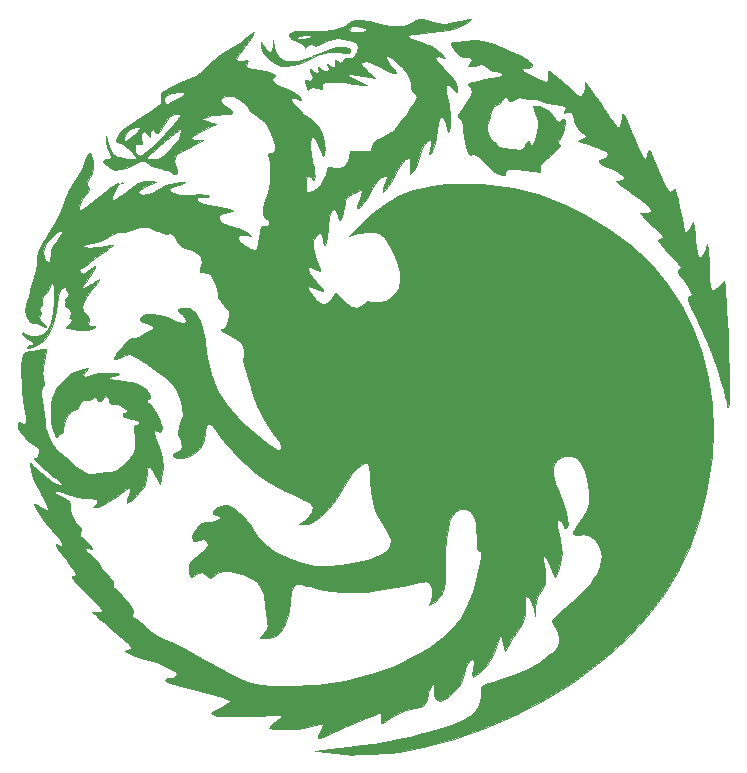
<source format=gbr>
G04 #@! TF.GenerationSoftware,KiCad,Pcbnew,(5.0.0)*
G04 #@! TF.CreationDate,2019-01-30T21:46:38-08:00*
G04 #@! TF.ProjectId,Targaryen_coaster,54617267617279656E5F636F61737465,rev?*
G04 #@! TF.SameCoordinates,Original*
G04 #@! TF.FileFunction,Legend,Top*
G04 #@! TF.FilePolarity,Positive*
%FSLAX46Y46*%
G04 Gerber Fmt 4.6, Leading zero omitted, Abs format (unit mm)*
G04 Created by KiCad (PCBNEW (5.0.0)) date 01/30/19 21:46:38*
%MOMM*%
%LPD*%
G01*
G04 APERTURE LIST*
%ADD10C,0.010000*%
%ADD11C,0.150000*%
G04 APERTURE END LIST*
D10*
G04 #@! TO.C,G\002A\002A\002A*
G36*
X131565550Y-79222767D02*
X131751248Y-79771705D01*
X131997354Y-80111767D01*
X132223052Y-80305268D01*
X132463267Y-80406935D01*
X132808001Y-80443152D01*
X133130950Y-80444093D01*
X133642632Y-80407366D01*
X134134695Y-80294653D01*
X134707187Y-80080240D01*
X134937500Y-79979797D01*
X135723512Y-79644576D01*
X136340226Y-79422465D01*
X136838179Y-79299336D01*
X137267906Y-79261060D01*
X137477500Y-79269696D01*
X137814114Y-79322794D01*
X137961190Y-79432330D01*
X137985500Y-79565500D01*
X137918497Y-79758103D01*
X137731500Y-79772886D01*
X137466598Y-79736866D01*
X137055434Y-79693808D01*
X136744638Y-79666224D01*
X136411432Y-79648562D01*
X136122946Y-79668711D01*
X135817410Y-79743915D01*
X135433058Y-79891416D01*
X134908121Y-80128458D01*
X134644144Y-80252588D01*
X133822040Y-80611209D01*
X133160632Y-80824755D01*
X132616816Y-80899750D01*
X132147492Y-80842719D01*
X131762500Y-80688828D01*
X131263751Y-80363219D01*
X130841555Y-79970315D01*
X130546528Y-79566858D01*
X130429287Y-79209589D01*
X130429000Y-79193967D01*
X130429000Y-78810483D01*
X130645421Y-79124491D01*
X130923599Y-79462497D01*
X131177630Y-79657298D01*
X131348349Y-79673743D01*
X131415568Y-79519322D01*
X131457492Y-79215081D01*
X131460896Y-79145254D01*
X131476792Y-78676500D01*
X131565550Y-79222767D01*
X131565550Y-79222767D01*
G37*
X131565550Y-79222767D02*
X131751248Y-79771705D01*
X131997354Y-80111767D01*
X132223052Y-80305268D01*
X132463267Y-80406935D01*
X132808001Y-80443152D01*
X133130950Y-80444093D01*
X133642632Y-80407366D01*
X134134695Y-80294653D01*
X134707187Y-80080240D01*
X134937500Y-79979797D01*
X135723512Y-79644576D01*
X136340226Y-79422465D01*
X136838179Y-79299336D01*
X137267906Y-79261060D01*
X137477500Y-79269696D01*
X137814114Y-79322794D01*
X137961190Y-79432330D01*
X137985500Y-79565500D01*
X137918497Y-79758103D01*
X137731500Y-79772886D01*
X137466598Y-79736866D01*
X137055434Y-79693808D01*
X136744638Y-79666224D01*
X136411432Y-79648562D01*
X136122946Y-79668711D01*
X135817410Y-79743915D01*
X135433058Y-79891416D01*
X134908121Y-80128458D01*
X134644144Y-80252588D01*
X133822040Y-80611209D01*
X133160632Y-80824755D01*
X132616816Y-80899750D01*
X132147492Y-80842719D01*
X131762500Y-80688828D01*
X131263751Y-80363219D01*
X130841555Y-79970315D01*
X130546528Y-79566858D01*
X130429287Y-79209589D01*
X130429000Y-79193967D01*
X130429000Y-78810483D01*
X130645421Y-79124491D01*
X130923599Y-79462497D01*
X131177630Y-79657298D01*
X131348349Y-79673743D01*
X131415568Y-79519322D01*
X131457492Y-79215081D01*
X131460896Y-79145254D01*
X131476792Y-78676500D01*
X131565550Y-79222767D01*
G36*
X118745000Y-90741500D02*
X118681500Y-90805000D01*
X118618000Y-90741500D01*
X118681500Y-90678000D01*
X118745000Y-90741500D01*
X118745000Y-90741500D01*
G37*
X118745000Y-90741500D02*
X118681500Y-90805000D01*
X118618000Y-90741500D01*
X118681500Y-90678000D01*
X118745000Y-90741500D01*
G36*
X149203534Y-78737022D02*
X149608145Y-78846018D01*
X150164427Y-79041210D01*
X150809953Y-79295695D01*
X151482295Y-79582566D01*
X152119025Y-79874922D01*
X152657716Y-80145858D01*
X153035941Y-80368470D01*
X153103887Y-80417927D01*
X153367954Y-80690417D01*
X153396238Y-80892867D01*
X153192678Y-81007194D01*
X152971500Y-81026000D01*
X152677671Y-81055982D01*
X152530829Y-81129705D01*
X152527000Y-81145347D01*
X152633810Y-81264905D01*
X152912145Y-81449671D01*
X153298855Y-81667666D01*
X153730794Y-81886910D01*
X154144815Y-82075422D01*
X154477770Y-82201223D01*
X154666512Y-82232333D01*
X154670661Y-82230972D01*
X154782391Y-82093529D01*
X154791544Y-81777076D01*
X154777163Y-81652475D01*
X154746655Y-81432582D01*
X154742603Y-81294307D01*
X154793155Y-81251369D01*
X154926457Y-81317487D01*
X155170657Y-81506381D01*
X155553902Y-81831770D01*
X156083000Y-82288953D01*
X156624037Y-82756294D01*
X157004519Y-83080970D01*
X157257583Y-83284627D01*
X157416366Y-83388916D01*
X157514006Y-83415483D01*
X157583639Y-83385978D01*
X157658403Y-83322047D01*
X157661027Y-83319861D01*
X157796434Y-83095455D01*
X157881129Y-82751391D01*
X157885659Y-82707108D01*
X157924500Y-82248550D01*
X158437453Y-82939025D01*
X158759394Y-83390868D01*
X159138294Y-83949726D01*
X159499607Y-84505308D01*
X159547964Y-84582000D01*
X159986076Y-85259088D01*
X160321649Y-85727239D01*
X160568170Y-86003466D01*
X160739123Y-86104785D01*
X160755794Y-86106000D01*
X160885233Y-85990315D01*
X160984187Y-85688102D01*
X161032478Y-85266626D01*
X161034265Y-85177754D01*
X161061350Y-84933791D01*
X161141967Y-84909823D01*
X161280292Y-85111912D01*
X161480504Y-85546118D01*
X161740934Y-86203093D01*
X162103478Y-87140388D01*
X162395996Y-87850547D01*
X162627640Y-88347781D01*
X162807560Y-88646299D01*
X162944906Y-88760310D01*
X163048831Y-88704024D01*
X163128483Y-88491650D01*
X163150550Y-88392000D01*
X163213377Y-88138593D01*
X163285250Y-88019786D01*
X163379917Y-88054407D01*
X163511122Y-88261286D01*
X163692613Y-88659251D01*
X163938134Y-89267133D01*
X164107284Y-89702538D01*
X164401878Y-90421009D01*
X164670367Y-90988128D01*
X164897863Y-91376108D01*
X165069480Y-91557164D01*
X165106233Y-91567000D01*
X165251769Y-91470311D01*
X165330114Y-91360191D01*
X165405877Y-91255915D01*
X165475354Y-91254228D01*
X165547766Y-91382379D01*
X165632333Y-91667620D01*
X165738275Y-92137201D01*
X165874810Y-92818372D01*
X165943071Y-93171903D01*
X166071527Y-93814367D01*
X166191989Y-94368037D01*
X166293200Y-94784551D01*
X166363899Y-95015544D01*
X166378653Y-95042860D01*
X166486762Y-95006480D01*
X166656513Y-94792786D01*
X166770257Y-94598360D01*
X167064094Y-94043500D01*
X167173989Y-95123000D01*
X167240702Y-95692370D01*
X167318392Y-96227775D01*
X167392404Y-96630441D01*
X167406639Y-96691014D01*
X167493543Y-96995901D01*
X167576394Y-97091860D01*
X167706771Y-97017796D01*
X167767999Y-96963595D01*
X167969737Y-96683294D01*
X168100697Y-96348081D01*
X168194791Y-95948500D01*
X168291076Y-96456500D01*
X168335307Y-96814185D01*
X168371091Y-97335024D01*
X168392847Y-97928189D01*
X168396415Y-98171000D01*
X168414213Y-98931707D01*
X168456982Y-99463370D01*
X168528666Y-99790072D01*
X168633208Y-99935897D01*
X168687566Y-99949000D01*
X168844016Y-99863454D01*
X169095245Y-99646235D01*
X169236370Y-99503816D01*
X169656231Y-99058633D01*
X169723017Y-99599066D01*
X169771993Y-100089915D01*
X169821607Y-100757621D01*
X169870631Y-101566185D01*
X169917838Y-102479608D01*
X169962001Y-103461890D01*
X170001892Y-104477032D01*
X170036283Y-105489033D01*
X170063948Y-106461896D01*
X170083658Y-107359618D01*
X170094187Y-108146202D01*
X170094306Y-108785648D01*
X170082789Y-109241956D01*
X170059718Y-109474000D01*
X169988714Y-109700738D01*
X169945002Y-109708584D01*
X169938999Y-109656668D01*
X169892552Y-109351946D01*
X169783289Y-108866451D01*
X169627413Y-108260808D01*
X169441128Y-107595639D01*
X169240637Y-106931568D01*
X169075509Y-106426000D01*
X168367704Y-104552436D01*
X167473363Y-102536335D01*
X167191894Y-101950847D01*
X166899587Y-101341328D01*
X166717416Y-100917599D01*
X166639022Y-100639739D01*
X166658044Y-100467828D01*
X166768123Y-100361945D01*
X166927961Y-100294243D01*
X166964552Y-100161148D01*
X166825574Y-99854455D01*
X166514597Y-99380638D01*
X166166523Y-98914174D01*
X165879303Y-98523093D01*
X165746914Y-98282532D01*
X165752393Y-98155919D01*
X165800227Y-98124410D01*
X165967483Y-97987484D01*
X165989000Y-97916698D01*
X165906358Y-97776423D01*
X165681389Y-97494733D01*
X165348527Y-97112616D01*
X164945413Y-96674462D01*
X164508626Y-96205119D01*
X164230658Y-95886266D01*
X164091596Y-95687917D01*
X164071530Y-95580088D01*
X164150547Y-95532791D01*
X164183413Y-95526917D01*
X164404708Y-95437558D01*
X164465055Y-95336417D01*
X164377150Y-95194231D01*
X164138609Y-94922563D01*
X163787263Y-94562214D01*
X163417305Y-94206482D01*
X162972387Y-93786290D01*
X162696809Y-93510544D01*
X162571828Y-93352986D01*
X162578700Y-93287354D01*
X162698683Y-93287389D01*
X162769659Y-93299089D01*
X163119187Y-93315057D01*
X163382609Y-93252629D01*
X163497518Y-93156976D01*
X163476978Y-93023917D01*
X163303579Y-92787429D01*
X163239735Y-92710860D01*
X162989877Y-92471080D01*
X162583439Y-92143094D01*
X162079652Y-91772639D01*
X161610784Y-91453041D01*
X161080075Y-91101733D01*
X160739451Y-90863392D01*
X160564876Y-90714356D01*
X160532313Y-90630963D01*
X160617724Y-90589551D01*
X160718500Y-90574681D01*
X161024135Y-90513046D01*
X161202412Y-90431964D01*
X161195581Y-90289037D01*
X161001280Y-90080468D01*
X160665938Y-89839649D01*
X160235982Y-89599973D01*
X159763112Y-89396752D01*
X159286259Y-89189002D01*
X159050341Y-89004372D01*
X159058391Y-88848519D01*
X159313441Y-88727099D01*
X159393581Y-88707615D01*
X159732839Y-88566215D01*
X159859627Y-88360944D01*
X159756145Y-88130564D01*
X159686678Y-88069286D01*
X159459570Y-87947815D01*
X159061742Y-87783854D01*
X158566138Y-87606642D01*
X158384915Y-87547483D01*
X157321331Y-87209190D01*
X157678893Y-87021845D01*
X158036454Y-86834499D01*
X157502261Y-86374999D01*
X157180479Y-86069294D01*
X157020257Y-85814718D01*
X156970999Y-85522739D01*
X156970033Y-85443718D01*
X156889783Y-85039659D01*
X156672004Y-84800962D01*
X156357079Y-84765102D01*
X156267925Y-84792212D01*
X156126093Y-84822675D01*
X156145611Y-84707594D01*
X156200702Y-84599372D01*
X156273639Y-84441691D01*
X156263009Y-84333759D01*
X156128868Y-84254808D01*
X155831273Y-84184066D01*
X155330279Y-84100763D01*
X155203885Y-84081036D01*
X154761937Y-83996158D01*
X154417473Y-83900601D01*
X154257735Y-83823535D01*
X154060793Y-83745866D01*
X153712107Y-83699127D01*
X153523575Y-83693000D01*
X153086685Y-83662666D01*
X152706411Y-83586471D01*
X152605465Y-83549710D01*
X152346325Y-83477165D01*
X152109762Y-83559329D01*
X151949562Y-83674980D01*
X151638012Y-83857232D01*
X151444457Y-83830191D01*
X151384000Y-83622004D01*
X151323216Y-83455520D01*
X151156638Y-83499842D01*
X150907921Y-83747242D01*
X150875210Y-83788250D01*
X150609001Y-84049483D01*
X150338914Y-84203331D01*
X150327515Y-84206425D01*
X150100022Y-84363007D01*
X149980036Y-84714425D01*
X149884774Y-85104361D01*
X149757564Y-85428957D01*
X149756514Y-85430900D01*
X149626368Y-85851432D01*
X149626449Y-86319224D01*
X149739707Y-86754593D01*
X149949091Y-87077859D01*
X150133273Y-87191617D01*
X150329070Y-87356378D01*
X150368000Y-87494072D01*
X150421986Y-87638114D01*
X150619768Y-87731268D01*
X151015081Y-87798040D01*
X151041453Y-87801180D01*
X151513903Y-87862959D01*
X151948284Y-87929878D01*
X152107426Y-87958835D01*
X152373678Y-87982526D01*
X152567573Y-87887791D01*
X152779515Y-87625455D01*
X152814709Y-87574121D01*
X153010930Y-87297739D01*
X153115732Y-87213168D01*
X153176473Y-87299479D01*
X153205453Y-87401449D01*
X153280467Y-87601009D01*
X153391723Y-87576012D01*
X153483839Y-87489589D01*
X153610164Y-87262046D01*
X153736079Y-86872732D01*
X153821615Y-86474341D01*
X153888116Y-85978449D01*
X153881620Y-85600880D01*
X153791726Y-85213789D01*
X153696104Y-84931250D01*
X153557931Y-84514801D01*
X153535456Y-84284776D01*
X153661178Y-84215019D01*
X153967596Y-84279374D01*
X154350124Y-84404885D01*
X154773779Y-84592089D01*
X155047259Y-84846884D01*
X155200828Y-85103385D01*
X155437089Y-85453839D01*
X155667413Y-85596221D01*
X155861482Y-85514417D01*
X155892500Y-85471000D01*
X156067852Y-85348621D01*
X156107011Y-85344000D01*
X156191718Y-85450807D01*
X156200602Y-85722274D01*
X156146310Y-86084965D01*
X156041493Y-86465445D01*
X155898799Y-86790281D01*
X155843110Y-86876076D01*
X155627755Y-87214921D01*
X155597956Y-87417681D01*
X155750556Y-87518281D01*
X155782676Y-87525437D01*
X155805363Y-87614491D01*
X155625149Y-87835539D01*
X155238637Y-88192368D01*
X155010162Y-88386823D01*
X154554106Y-88778956D01*
X154267755Y-89058725D01*
X154118132Y-89266849D01*
X154072257Y-89444048D01*
X154078421Y-89537256D01*
X154126870Y-89867364D01*
X152813690Y-89689607D01*
X152127512Y-89605056D01*
X151653703Y-89572683D01*
X151355033Y-89597594D01*
X151194271Y-89684897D01*
X151134185Y-89839699D01*
X151130000Y-89920572D01*
X151086605Y-90109406D01*
X150909444Y-90117475D01*
X150844250Y-90098969D01*
X150362504Y-89906683D01*
X149930841Y-89622465D01*
X149477395Y-89194108D01*
X149242980Y-88935737D01*
X148907434Y-88565885D01*
X148683925Y-88363045D01*
X148525192Y-88296394D01*
X148383972Y-88335107D01*
X148351339Y-88354220D01*
X148182803Y-88425623D01*
X148062867Y-88347252D01*
X147932177Y-88075302D01*
X147914707Y-88031966D01*
X147706614Y-87312743D01*
X147563832Y-86364728D01*
X147526267Y-85932860D01*
X147442386Y-85542248D01*
X147277660Y-85322829D01*
X147163334Y-85212184D01*
X147163040Y-85042890D01*
X147292161Y-84779861D01*
X147566083Y-84388008D01*
X147846383Y-84025660D01*
X148194717Y-83501740D01*
X148323730Y-83080739D01*
X148237336Y-82744406D01*
X148145500Y-82631642D01*
X147991766Y-82454854D01*
X147955000Y-82385076D01*
X148071333Y-82311763D01*
X148383001Y-82215051D01*
X148834006Y-82108254D01*
X149368349Y-82004681D01*
X149910182Y-81920311D01*
X150502450Y-81817837D01*
X150848661Y-81704618D01*
X150946429Y-81582195D01*
X150793364Y-81452109D01*
X150697912Y-81411719D01*
X150351401Y-81312726D01*
X150099668Y-81279999D01*
X149842500Y-81191239D01*
X149566800Y-80976554D01*
X149556504Y-80965609D01*
X149323322Y-80758945D01*
X149092691Y-80717023D01*
X148833157Y-80775109D01*
X148471491Y-80860520D01*
X148183000Y-80898844D01*
X148170887Y-80899000D01*
X148019142Y-80878502D01*
X148036110Y-80771444D01*
X148138298Y-80616741D01*
X148304537Y-80334160D01*
X148275137Y-80189467D01*
X148026574Y-80139841D01*
X147874745Y-80136999D01*
X147523646Y-80088383D01*
X147218447Y-79907553D01*
X146985745Y-79683457D01*
X146712223Y-79345703D01*
X146568587Y-79067895D01*
X146573761Y-78896643D01*
X146653250Y-78864484D01*
X146818482Y-78846211D01*
X147161862Y-78800611D01*
X147610254Y-78737409D01*
X147627047Y-78734984D01*
X148637101Y-78675092D01*
X149203534Y-78737022D01*
X149203534Y-78737022D01*
G37*
X149203534Y-78737022D02*
X149608145Y-78846018D01*
X150164427Y-79041210D01*
X150809953Y-79295695D01*
X151482295Y-79582566D01*
X152119025Y-79874922D01*
X152657716Y-80145858D01*
X153035941Y-80368470D01*
X153103887Y-80417927D01*
X153367954Y-80690417D01*
X153396238Y-80892867D01*
X153192678Y-81007194D01*
X152971500Y-81026000D01*
X152677671Y-81055982D01*
X152530829Y-81129705D01*
X152527000Y-81145347D01*
X152633810Y-81264905D01*
X152912145Y-81449671D01*
X153298855Y-81667666D01*
X153730794Y-81886910D01*
X154144815Y-82075422D01*
X154477770Y-82201223D01*
X154666512Y-82232333D01*
X154670661Y-82230972D01*
X154782391Y-82093529D01*
X154791544Y-81777076D01*
X154777163Y-81652475D01*
X154746655Y-81432582D01*
X154742603Y-81294307D01*
X154793155Y-81251369D01*
X154926457Y-81317487D01*
X155170657Y-81506381D01*
X155553902Y-81831770D01*
X156083000Y-82288953D01*
X156624037Y-82756294D01*
X157004519Y-83080970D01*
X157257583Y-83284627D01*
X157416366Y-83388916D01*
X157514006Y-83415483D01*
X157583639Y-83385978D01*
X157658403Y-83322047D01*
X157661027Y-83319861D01*
X157796434Y-83095455D01*
X157881129Y-82751391D01*
X157885659Y-82707108D01*
X157924500Y-82248550D01*
X158437453Y-82939025D01*
X158759394Y-83390868D01*
X159138294Y-83949726D01*
X159499607Y-84505308D01*
X159547964Y-84582000D01*
X159986076Y-85259088D01*
X160321649Y-85727239D01*
X160568170Y-86003466D01*
X160739123Y-86104785D01*
X160755794Y-86106000D01*
X160885233Y-85990315D01*
X160984187Y-85688102D01*
X161032478Y-85266626D01*
X161034265Y-85177754D01*
X161061350Y-84933791D01*
X161141967Y-84909823D01*
X161280292Y-85111912D01*
X161480504Y-85546118D01*
X161740934Y-86203093D01*
X162103478Y-87140388D01*
X162395996Y-87850547D01*
X162627640Y-88347781D01*
X162807560Y-88646299D01*
X162944906Y-88760310D01*
X163048831Y-88704024D01*
X163128483Y-88491650D01*
X163150550Y-88392000D01*
X163213377Y-88138593D01*
X163285250Y-88019786D01*
X163379917Y-88054407D01*
X163511122Y-88261286D01*
X163692613Y-88659251D01*
X163938134Y-89267133D01*
X164107284Y-89702538D01*
X164401878Y-90421009D01*
X164670367Y-90988128D01*
X164897863Y-91376108D01*
X165069480Y-91557164D01*
X165106233Y-91567000D01*
X165251769Y-91470311D01*
X165330114Y-91360191D01*
X165405877Y-91255915D01*
X165475354Y-91254228D01*
X165547766Y-91382379D01*
X165632333Y-91667620D01*
X165738275Y-92137201D01*
X165874810Y-92818372D01*
X165943071Y-93171903D01*
X166071527Y-93814367D01*
X166191989Y-94368037D01*
X166293200Y-94784551D01*
X166363899Y-95015544D01*
X166378653Y-95042860D01*
X166486762Y-95006480D01*
X166656513Y-94792786D01*
X166770257Y-94598360D01*
X167064094Y-94043500D01*
X167173989Y-95123000D01*
X167240702Y-95692370D01*
X167318392Y-96227775D01*
X167392404Y-96630441D01*
X167406639Y-96691014D01*
X167493543Y-96995901D01*
X167576394Y-97091860D01*
X167706771Y-97017796D01*
X167767999Y-96963595D01*
X167969737Y-96683294D01*
X168100697Y-96348081D01*
X168194791Y-95948500D01*
X168291076Y-96456500D01*
X168335307Y-96814185D01*
X168371091Y-97335024D01*
X168392847Y-97928189D01*
X168396415Y-98171000D01*
X168414213Y-98931707D01*
X168456982Y-99463370D01*
X168528666Y-99790072D01*
X168633208Y-99935897D01*
X168687566Y-99949000D01*
X168844016Y-99863454D01*
X169095245Y-99646235D01*
X169236370Y-99503816D01*
X169656231Y-99058633D01*
X169723017Y-99599066D01*
X169771993Y-100089915D01*
X169821607Y-100757621D01*
X169870631Y-101566185D01*
X169917838Y-102479608D01*
X169962001Y-103461890D01*
X170001892Y-104477032D01*
X170036283Y-105489033D01*
X170063948Y-106461896D01*
X170083658Y-107359618D01*
X170094187Y-108146202D01*
X170094306Y-108785648D01*
X170082789Y-109241956D01*
X170059718Y-109474000D01*
X169988714Y-109700738D01*
X169945002Y-109708584D01*
X169938999Y-109656668D01*
X169892552Y-109351946D01*
X169783289Y-108866451D01*
X169627413Y-108260808D01*
X169441128Y-107595639D01*
X169240637Y-106931568D01*
X169075509Y-106426000D01*
X168367704Y-104552436D01*
X167473363Y-102536335D01*
X167191894Y-101950847D01*
X166899587Y-101341328D01*
X166717416Y-100917599D01*
X166639022Y-100639739D01*
X166658044Y-100467828D01*
X166768123Y-100361945D01*
X166927961Y-100294243D01*
X166964552Y-100161148D01*
X166825574Y-99854455D01*
X166514597Y-99380638D01*
X166166523Y-98914174D01*
X165879303Y-98523093D01*
X165746914Y-98282532D01*
X165752393Y-98155919D01*
X165800227Y-98124410D01*
X165967483Y-97987484D01*
X165989000Y-97916698D01*
X165906358Y-97776423D01*
X165681389Y-97494733D01*
X165348527Y-97112616D01*
X164945413Y-96674462D01*
X164508626Y-96205119D01*
X164230658Y-95886266D01*
X164091596Y-95687917D01*
X164071530Y-95580088D01*
X164150547Y-95532791D01*
X164183413Y-95526917D01*
X164404708Y-95437558D01*
X164465055Y-95336417D01*
X164377150Y-95194231D01*
X164138609Y-94922563D01*
X163787263Y-94562214D01*
X163417305Y-94206482D01*
X162972387Y-93786290D01*
X162696809Y-93510544D01*
X162571828Y-93352986D01*
X162578700Y-93287354D01*
X162698683Y-93287389D01*
X162769659Y-93299089D01*
X163119187Y-93315057D01*
X163382609Y-93252629D01*
X163497518Y-93156976D01*
X163476978Y-93023917D01*
X163303579Y-92787429D01*
X163239735Y-92710860D01*
X162989877Y-92471080D01*
X162583439Y-92143094D01*
X162079652Y-91772639D01*
X161610784Y-91453041D01*
X161080075Y-91101733D01*
X160739451Y-90863392D01*
X160564876Y-90714356D01*
X160532313Y-90630963D01*
X160617724Y-90589551D01*
X160718500Y-90574681D01*
X161024135Y-90513046D01*
X161202412Y-90431964D01*
X161195581Y-90289037D01*
X161001280Y-90080468D01*
X160665938Y-89839649D01*
X160235982Y-89599973D01*
X159763112Y-89396752D01*
X159286259Y-89189002D01*
X159050341Y-89004372D01*
X159058391Y-88848519D01*
X159313441Y-88727099D01*
X159393581Y-88707615D01*
X159732839Y-88566215D01*
X159859627Y-88360944D01*
X159756145Y-88130564D01*
X159686678Y-88069286D01*
X159459570Y-87947815D01*
X159061742Y-87783854D01*
X158566138Y-87606642D01*
X158384915Y-87547483D01*
X157321331Y-87209190D01*
X157678893Y-87021845D01*
X158036454Y-86834499D01*
X157502261Y-86374999D01*
X157180479Y-86069294D01*
X157020257Y-85814718D01*
X156970999Y-85522739D01*
X156970033Y-85443718D01*
X156889783Y-85039659D01*
X156672004Y-84800962D01*
X156357079Y-84765102D01*
X156267925Y-84792212D01*
X156126093Y-84822675D01*
X156145611Y-84707594D01*
X156200702Y-84599372D01*
X156273639Y-84441691D01*
X156263009Y-84333759D01*
X156128868Y-84254808D01*
X155831273Y-84184066D01*
X155330279Y-84100763D01*
X155203885Y-84081036D01*
X154761937Y-83996158D01*
X154417473Y-83900601D01*
X154257735Y-83823535D01*
X154060793Y-83745866D01*
X153712107Y-83699127D01*
X153523575Y-83693000D01*
X153086685Y-83662666D01*
X152706411Y-83586471D01*
X152605465Y-83549710D01*
X152346325Y-83477165D01*
X152109762Y-83559329D01*
X151949562Y-83674980D01*
X151638012Y-83857232D01*
X151444457Y-83830191D01*
X151384000Y-83622004D01*
X151323216Y-83455520D01*
X151156638Y-83499842D01*
X150907921Y-83747242D01*
X150875210Y-83788250D01*
X150609001Y-84049483D01*
X150338914Y-84203331D01*
X150327515Y-84206425D01*
X150100022Y-84363007D01*
X149980036Y-84714425D01*
X149884774Y-85104361D01*
X149757564Y-85428957D01*
X149756514Y-85430900D01*
X149626368Y-85851432D01*
X149626449Y-86319224D01*
X149739707Y-86754593D01*
X149949091Y-87077859D01*
X150133273Y-87191617D01*
X150329070Y-87356378D01*
X150368000Y-87494072D01*
X150421986Y-87638114D01*
X150619768Y-87731268D01*
X151015081Y-87798040D01*
X151041453Y-87801180D01*
X151513903Y-87862959D01*
X151948284Y-87929878D01*
X152107426Y-87958835D01*
X152373678Y-87982526D01*
X152567573Y-87887791D01*
X152779515Y-87625455D01*
X152814709Y-87574121D01*
X153010930Y-87297739D01*
X153115732Y-87213168D01*
X153176473Y-87299479D01*
X153205453Y-87401449D01*
X153280467Y-87601009D01*
X153391723Y-87576012D01*
X153483839Y-87489589D01*
X153610164Y-87262046D01*
X153736079Y-86872732D01*
X153821615Y-86474341D01*
X153888116Y-85978449D01*
X153881620Y-85600880D01*
X153791726Y-85213789D01*
X153696104Y-84931250D01*
X153557931Y-84514801D01*
X153535456Y-84284776D01*
X153661178Y-84215019D01*
X153967596Y-84279374D01*
X154350124Y-84404885D01*
X154773779Y-84592089D01*
X155047259Y-84846884D01*
X155200828Y-85103385D01*
X155437089Y-85453839D01*
X155667413Y-85596221D01*
X155861482Y-85514417D01*
X155892500Y-85471000D01*
X156067852Y-85348621D01*
X156107011Y-85344000D01*
X156191718Y-85450807D01*
X156200602Y-85722274D01*
X156146310Y-86084965D01*
X156041493Y-86465445D01*
X155898799Y-86790281D01*
X155843110Y-86876076D01*
X155627755Y-87214921D01*
X155597956Y-87417681D01*
X155750556Y-87518281D01*
X155782676Y-87525437D01*
X155805363Y-87614491D01*
X155625149Y-87835539D01*
X155238637Y-88192368D01*
X155010162Y-88386823D01*
X154554106Y-88778956D01*
X154267755Y-89058725D01*
X154118132Y-89266849D01*
X154072257Y-89444048D01*
X154078421Y-89537256D01*
X154126870Y-89867364D01*
X152813690Y-89689607D01*
X152127512Y-89605056D01*
X151653703Y-89572683D01*
X151355033Y-89597594D01*
X151194271Y-89684897D01*
X151134185Y-89839699D01*
X151130000Y-89920572D01*
X151086605Y-90109406D01*
X150909444Y-90117475D01*
X150844250Y-90098969D01*
X150362504Y-89906683D01*
X149930841Y-89622465D01*
X149477395Y-89194108D01*
X149242980Y-88935737D01*
X148907434Y-88565885D01*
X148683925Y-88363045D01*
X148525192Y-88296394D01*
X148383972Y-88335107D01*
X148351339Y-88354220D01*
X148182803Y-88425623D01*
X148062867Y-88347252D01*
X147932177Y-88075302D01*
X147914707Y-88031966D01*
X147706614Y-87312743D01*
X147563832Y-86364728D01*
X147526267Y-85932860D01*
X147442386Y-85542248D01*
X147277660Y-85322829D01*
X147163334Y-85212184D01*
X147163040Y-85042890D01*
X147292161Y-84779861D01*
X147566083Y-84388008D01*
X147846383Y-84025660D01*
X148194717Y-83501740D01*
X148323730Y-83080739D01*
X148237336Y-82744406D01*
X148145500Y-82631642D01*
X147991766Y-82454854D01*
X147955000Y-82385076D01*
X148071333Y-82311763D01*
X148383001Y-82215051D01*
X148834006Y-82108254D01*
X149368349Y-82004681D01*
X149910182Y-81920311D01*
X150502450Y-81817837D01*
X150848661Y-81704618D01*
X150946429Y-81582195D01*
X150793364Y-81452109D01*
X150697912Y-81411719D01*
X150351401Y-81312726D01*
X150099668Y-81279999D01*
X149842500Y-81191239D01*
X149566800Y-80976554D01*
X149556504Y-80965609D01*
X149323322Y-80758945D01*
X149092691Y-80717023D01*
X148833157Y-80775109D01*
X148471491Y-80860520D01*
X148183000Y-80898844D01*
X148170887Y-80899000D01*
X148019142Y-80878502D01*
X148036110Y-80771444D01*
X148138298Y-80616741D01*
X148304537Y-80334160D01*
X148275137Y-80189467D01*
X148026574Y-80139841D01*
X147874745Y-80136999D01*
X147523646Y-80088383D01*
X147218447Y-79907553D01*
X146985745Y-79683457D01*
X146712223Y-79345703D01*
X146568587Y-79067895D01*
X146573761Y-78896643D01*
X146653250Y-78864484D01*
X146818482Y-78846211D01*
X147161862Y-78800611D01*
X147610254Y-78737409D01*
X147627047Y-78734984D01*
X148637101Y-78675092D01*
X149203534Y-78737022D01*
G36*
X148249996Y-76903146D02*
X148054698Y-77065790D01*
X147967035Y-77133043D01*
X147533420Y-77406254D01*
X147009583Y-77618893D01*
X146350070Y-77783503D01*
X145509428Y-77912628D01*
X144907000Y-77977543D01*
X144118388Y-78057564D01*
X143552307Y-78127320D01*
X143177796Y-78192623D01*
X142963892Y-78259285D01*
X142879637Y-78333117D01*
X142875000Y-78358978D01*
X142988503Y-78469252D01*
X143291696Y-78620466D01*
X143728605Y-78789024D01*
X144243254Y-78951329D01*
X144350266Y-78980877D01*
X144950431Y-79216592D01*
X145490167Y-79560779D01*
X145876626Y-79953225D01*
X145897854Y-79984465D01*
X146018463Y-80183835D01*
X145973895Y-80216468D01*
X145748672Y-80121260D01*
X145459301Y-80031341D01*
X145274662Y-80100231D01*
X145259696Y-80114503D01*
X145231830Y-80231517D01*
X145338661Y-80426075D01*
X145601537Y-80727743D01*
X145966373Y-81093135D01*
X146472838Y-81612878D01*
X146804254Y-82031813D01*
X146990734Y-82398881D01*
X147062391Y-82763019D01*
X147066000Y-82880186D01*
X147055921Y-83056682D01*
X146996796Y-83081610D01*
X146845294Y-82939606D01*
X146666119Y-82738399D01*
X146364907Y-82450877D01*
X146171206Y-82392251D01*
X146088602Y-82559656D01*
X146120675Y-82950223D01*
X146160543Y-83142980D01*
X146362752Y-84163039D01*
X146470288Y-85035820D01*
X146479682Y-85727108D01*
X146448513Y-85983335D01*
X146381788Y-86321883D01*
X146336542Y-86432651D01*
X146288346Y-86337675D01*
X146242132Y-86169500D01*
X146090716Y-85708951D01*
X145920845Y-85363446D01*
X145760188Y-85179128D01*
X145651224Y-85183975D01*
X145572579Y-85364830D01*
X145484202Y-85721340D01*
X145405066Y-86176785D01*
X145404211Y-86182817D01*
X145268563Y-87008186D01*
X145123037Y-87614488D01*
X144958129Y-88036655D01*
X144853946Y-88205424D01*
X144743536Y-88338062D01*
X144715543Y-88297436D01*
X144761353Y-88051401D01*
X144784819Y-87947500D01*
X144875919Y-87502355D01*
X144891469Y-87250313D01*
X144827852Y-87140874D01*
X144725717Y-87122000D01*
X144479520Y-87238064D01*
X144231617Y-87548335D01*
X144018642Y-87995931D01*
X143900398Y-88403499D01*
X143686946Y-89136016D01*
X143407815Y-89677824D01*
X143197619Y-89911751D01*
X143086874Y-89981565D01*
X143039159Y-89920591D01*
X143045100Y-89685175D01*
X143079731Y-89362751D01*
X143116593Y-88945922D01*
X143097080Y-88725558D01*
X143013844Y-88648902D01*
X142979932Y-88645999D01*
X142690699Y-88762013D01*
X142372478Y-89082971D01*
X142061178Y-89568246D01*
X141931884Y-89831701D01*
X141721626Y-90248715D01*
X141472186Y-90670810D01*
X141216930Y-91051056D01*
X140989224Y-91342524D01*
X140822432Y-91498285D01*
X140753525Y-91489076D01*
X140773988Y-91301479D01*
X140876638Y-90974359D01*
X140961507Y-90761312D01*
X141214973Y-90170000D01*
X140959714Y-90170000D01*
X140633080Y-90285198D01*
X140274792Y-90635012D01*
X139879053Y-91225767D01*
X139704154Y-91539980D01*
X139420548Y-92029534D01*
X139134179Y-92452680D01*
X138878476Y-92766948D01*
X138686870Y-92929867D01*
X138609000Y-92931333D01*
X138617783Y-92790021D01*
X138701965Y-92483949D01*
X138818937Y-92146437D01*
X138951050Y-91754372D01*
X139021610Y-91464496D01*
X139019595Y-91352262D01*
X138881354Y-91372480D01*
X138592507Y-91495688D01*
X138276942Y-91661506D01*
X137903920Y-91882515D01*
X137695258Y-92065973D01*
X137592438Y-92296147D01*
X137536939Y-92657306D01*
X137527714Y-92740400D01*
X137448834Y-93188919D01*
X137331120Y-93570590D01*
X137254804Y-93719846D01*
X137128683Y-93882688D01*
X137057452Y-93874624D01*
X137002663Y-93663401D01*
X136971177Y-93481926D01*
X136856401Y-93108165D01*
X136685721Y-92968439D01*
X136472257Y-93071059D01*
X136417323Y-93131216D01*
X136343887Y-93323349D01*
X136258760Y-93704843D01*
X136174744Y-94212243D01*
X136129094Y-94559966D01*
X136033165Y-95289553D01*
X135946810Y-95770097D01*
X135868066Y-96006294D01*
X135794971Y-96002839D01*
X135725563Y-95764427D01*
X135696859Y-95594163D01*
X135596067Y-95181782D01*
X135446836Y-95013694D01*
X135237362Y-95082848D01*
X135084183Y-95228250D01*
X134905991Y-95609671D01*
X134893853Y-96177821D01*
X135047966Y-96934242D01*
X135368528Y-97880477D01*
X135450584Y-98087578D01*
X135489869Y-98220328D01*
X135424411Y-98241520D01*
X135206585Y-98147697D01*
X135026037Y-98056773D01*
X134638900Y-97899182D01*
X134431756Y-97906268D01*
X134401939Y-98066213D01*
X134546780Y-98367198D01*
X134863612Y-98797405D01*
X135306414Y-99298984D01*
X135624390Y-99653604D01*
X135754473Y-99852730D01*
X135686755Y-99906783D01*
X135411326Y-99826187D01*
X134976044Y-99646440D01*
X134668281Y-99541344D01*
X134470583Y-99525968D01*
X134444856Y-99543152D01*
X134466501Y-99718679D01*
X134618589Y-100007307D01*
X134852992Y-100341502D01*
X135121581Y-100653733D01*
X135376228Y-100876467D01*
X135410512Y-100898140D01*
X135801972Y-101040793D01*
X136127810Y-100950632D01*
X136414697Y-100618100D01*
X136471817Y-100517833D01*
X136641670Y-100237638D01*
X136770927Y-100085253D01*
X136792806Y-100076000D01*
X136913355Y-100167942D01*
X137119461Y-100399519D01*
X137214991Y-100520633D01*
X137651059Y-100972140D01*
X138113001Y-101246953D01*
X138558201Y-101333903D01*
X138944046Y-101221819D01*
X139149657Y-101027740D01*
X139335656Y-100820640D01*
X139536077Y-100772415D01*
X139819995Y-100835472D01*
X140416215Y-100884380D01*
X141023209Y-100727725D01*
X141570342Y-100400543D01*
X141986980Y-99937873D01*
X142111403Y-99698853D01*
X142247127Y-99064622D01*
X142197077Y-98297053D01*
X141966658Y-97430040D01*
X141619200Y-96612166D01*
X141223309Y-95875475D01*
X140852583Y-95359332D01*
X140462065Y-95040155D01*
X140006797Y-94894361D01*
X139441823Y-94898369D01*
X138722186Y-95028598D01*
X138637605Y-95048215D01*
X137892711Y-95223462D01*
X138637605Y-94461851D01*
X139724990Y-93466705D01*
X140896558Y-92605572D01*
X142103233Y-91908833D01*
X143295942Y-91406866D01*
X143826590Y-91249679D01*
X144951257Y-91033398D01*
X146248195Y-90899603D01*
X147649309Y-90848686D01*
X149086500Y-90881041D01*
X150491672Y-90997061D01*
X151796729Y-91197142D01*
X151828500Y-91203426D01*
X153946536Y-91748763D01*
X156043050Y-92530349D01*
X158082990Y-93530794D01*
X160031303Y-94732707D01*
X161852938Y-96118699D01*
X162016721Y-96258098D01*
X163563391Y-97752163D01*
X164922314Y-99406379D01*
X166087067Y-101203028D01*
X167051227Y-103124391D01*
X167808371Y-105152748D01*
X168352073Y-107270380D01*
X168675911Y-109459567D01*
X168773462Y-111702591D01*
X168638301Y-113981733D01*
X168589499Y-114388745D01*
X168162524Y-116941644D01*
X167558167Y-119321048D01*
X166766634Y-121544324D01*
X165778135Y-123628841D01*
X164582878Y-125591967D01*
X163171073Y-127451070D01*
X161532926Y-129223518D01*
X159658647Y-130926679D01*
X158931238Y-131520619D01*
X156778565Y-133088205D01*
X154441950Y-134524309D01*
X151965616Y-135809062D01*
X149393783Y-136922596D01*
X146770674Y-137845040D01*
X144140511Y-138556527D01*
X142557500Y-138877406D01*
X142092607Y-138942270D01*
X141480154Y-139003638D01*
X140773001Y-139058844D01*
X140024006Y-139105225D01*
X139286026Y-139140114D01*
X138611922Y-139160847D01*
X138054551Y-139164759D01*
X137666772Y-139149184D01*
X137541000Y-139130333D01*
X137334175Y-139098025D01*
X136943715Y-139054748D01*
X136439317Y-139007904D01*
X136207500Y-138988726D01*
X135064500Y-138897677D01*
X136398000Y-138729169D01*
X137823283Y-138546339D01*
X139033218Y-138383977D01*
X140065004Y-138235436D01*
X140955841Y-138094071D01*
X141742929Y-137953237D01*
X142463468Y-137806289D01*
X143154657Y-137646582D01*
X143853697Y-137467469D01*
X144578015Y-137267897D01*
X145789753Y-136908825D01*
X146772720Y-136574701D01*
X147548840Y-136249611D01*
X148140035Y-135917646D01*
X148568228Y-135562892D01*
X148855340Y-135169439D01*
X149023295Y-134721376D01*
X149094014Y-134202790D01*
X149099944Y-133985838D01*
X149129849Y-133636321D01*
X149199956Y-133386869D01*
X149206998Y-133374778D01*
X149373154Y-133268636D01*
X149720785Y-133134269D01*
X150182974Y-132996543D01*
X150316303Y-132962600D01*
X151652638Y-132556352D01*
X152906306Y-132022968D01*
X154024563Y-131389085D01*
X154954664Y-130681336D01*
X155098607Y-130547597D01*
X155430739Y-130210058D01*
X155612654Y-129952739D01*
X155688337Y-129692152D01*
X155702000Y-129402328D01*
X155598928Y-128779471D01*
X155384500Y-128369718D01*
X155191300Y-128063030D01*
X155078744Y-127841076D01*
X155067000Y-127794834D01*
X155160578Y-127667292D01*
X155404300Y-127442479D01*
X155699326Y-127204974D01*
X156216841Y-126779917D01*
X156803207Y-126250151D01*
X157400804Y-125672501D01*
X157952014Y-125103793D01*
X158399216Y-124600852D01*
X158603238Y-124341102D01*
X158889587Y-123863144D01*
X159134898Y-123317248D01*
X159204911Y-123109482D01*
X159311614Y-122374210D01*
X159176778Y-121713661D01*
X158796317Y-121112372D01*
X158630925Y-120938561D01*
X158339723Y-120680670D01*
X158088695Y-120558971D01*
X157763089Y-120533019D01*
X157513521Y-120544724D01*
X157108515Y-120552395D01*
X156901258Y-120490985D01*
X156884170Y-120328749D01*
X157049672Y-120033941D01*
X157307639Y-119682365D01*
X157762634Y-119028807D01*
X158048714Y-118447665D01*
X158194066Y-117851148D01*
X158226877Y-117151463D01*
X158216305Y-116852181D01*
X158106567Y-115911916D01*
X157888495Y-115126850D01*
X157576143Y-114514488D01*
X157183565Y-114092337D01*
X156724812Y-113877902D01*
X156213939Y-113888688D01*
X155921849Y-113994080D01*
X155527376Y-114238806D01*
X155280355Y-114546325D01*
X155178264Y-114947657D01*
X155218578Y-115473823D01*
X155398773Y-116155844D01*
X155682310Y-116938390D01*
X156011043Y-117835267D01*
X156248114Y-118605951D01*
X156386542Y-119222242D01*
X156419343Y-119655935D01*
X156391356Y-119802532D01*
X156259477Y-119986587D01*
X156129647Y-119984933D01*
X156083000Y-119833571D01*
X156007267Y-119617104D01*
X155835745Y-119411273D01*
X155651943Y-119302932D01*
X155581793Y-119312301D01*
X155534298Y-119381068D01*
X155524055Y-119533862D01*
X155555893Y-119810034D01*
X155634643Y-120248933D01*
X155765134Y-120889909D01*
X155789982Y-121008359D01*
X155890179Y-121634304D01*
X155922622Y-122192972D01*
X155903692Y-122468859D01*
X155812767Y-122930792D01*
X155691087Y-123385229D01*
X155558608Y-123774986D01*
X155435285Y-124042881D01*
X155341073Y-124131731D01*
X155326736Y-124122155D01*
X155237669Y-123954543D01*
X155096791Y-123621723D01*
X154947585Y-123230676D01*
X154763702Y-122798333D01*
X154585336Y-122494625D01*
X154437780Y-122341811D01*
X154346327Y-122362149D01*
X154336269Y-122577898D01*
X154358322Y-122712112D01*
X154418414Y-123077408D01*
X154482251Y-123561267D01*
X154515534Y-123860791D01*
X154544838Y-124273042D01*
X154513864Y-124579945D01*
X154396232Y-124882762D01*
X154165559Y-125282758D01*
X154130056Y-125340434D01*
X153853054Y-125839289D01*
X153707061Y-126260245D01*
X153654538Y-126715418D01*
X153653031Y-126765142D01*
X153636062Y-127444500D01*
X153552813Y-126849094D01*
X153440289Y-126410483D01*
X153255059Y-126032747D01*
X153038757Y-125786440D01*
X152892426Y-125730000D01*
X152844552Y-125846369D01*
X152813664Y-126153438D01*
X152805640Y-126588152D01*
X152806583Y-126650750D01*
X152781971Y-127317796D01*
X152656844Y-127862902D01*
X152397366Y-128387665D01*
X152070585Y-128860740D01*
X151825705Y-129222771D01*
X151558412Y-129667553D01*
X151459967Y-129846247D01*
X151148778Y-130431513D01*
X150991378Y-129728176D01*
X150886643Y-129355480D01*
X150778133Y-129117239D01*
X150709115Y-129066461D01*
X150611732Y-129203069D01*
X150491576Y-129511773D01*
X150407884Y-129800291D01*
X150234997Y-130314530D01*
X149985028Y-130875108D01*
X149823507Y-131171789D01*
X149560121Y-131550542D01*
X149242019Y-131923180D01*
X148915929Y-132245360D01*
X148628579Y-132472744D01*
X148426696Y-132560991D01*
X148377037Y-132544371D01*
X148359859Y-132386684D01*
X148405100Y-132079121D01*
X148436679Y-131942632D01*
X148512518Y-131482334D01*
X148476791Y-131176545D01*
X148334131Y-131064019D01*
X148331630Y-131064000D01*
X148135878Y-131177093D01*
X147930096Y-131469889D01*
X147752222Y-131872662D01*
X147640195Y-132315683D01*
X147636444Y-132341677D01*
X147519898Y-132822888D01*
X147287706Y-133268951D01*
X146902048Y-133739401D01*
X146494500Y-134139280D01*
X146019220Y-134484097D01*
X145599297Y-134590422D01*
X145334409Y-134516448D01*
X145189901Y-134367734D01*
X145137636Y-134093590D01*
X145144302Y-133806489D01*
X145147310Y-133433608D01*
X145086944Y-133257488D01*
X144989200Y-133223000D01*
X144840557Y-133338698D01*
X144704410Y-133692783D01*
X144641440Y-133953250D01*
X144516368Y-134489263D01*
X144389037Y-134830403D01*
X144211490Y-135031650D01*
X143935772Y-135147985D01*
X143525809Y-135232299D01*
X142773718Y-135436294D01*
X141964906Y-135773201D01*
X141217811Y-136191987D01*
X141077394Y-136287287D01*
X140773574Y-136477755D01*
X140625670Y-136484882D01*
X140599617Y-136293915D01*
X140626057Y-136091841D01*
X140655295Y-135782516D01*
X140633875Y-135598675D01*
X140627393Y-135589727D01*
X140487523Y-135606476D01*
X140190988Y-135718416D01*
X139843468Y-135881028D01*
X139358282Y-136105854D01*
X138756907Y-136357198D01*
X138164641Y-136582833D01*
X138131296Y-136594709D01*
X137491723Y-136842075D01*
X136787701Y-137145732D01*
X136194546Y-137428622D01*
X135746920Y-137640979D01*
X135423415Y-137761268D01*
X135266239Y-137774702D01*
X135257789Y-137756805D01*
X135308947Y-137557276D01*
X135435326Y-137226380D01*
X135512267Y-137049812D01*
X135763956Y-136495125D01*
X135477728Y-136576712D01*
X134716794Y-136782891D01*
X134103698Y-136917482D01*
X133547138Y-136994502D01*
X132955812Y-137027966D01*
X132505312Y-137033000D01*
X131956733Y-137023231D01*
X131509030Y-136996873D01*
X131218989Y-136958348D01*
X131140298Y-136926709D01*
X131198187Y-136801950D01*
X131416654Y-136592537D01*
X131640803Y-136421326D01*
X132013227Y-136138621D01*
X132176866Y-135950587D01*
X132122065Y-135845876D01*
X131839170Y-135813138D01*
X131318527Y-135841024D01*
X131159250Y-135855278D01*
X130572484Y-135896551D01*
X129874127Y-135924439D01*
X129120944Y-135939050D01*
X128369697Y-135940490D01*
X127677151Y-135928867D01*
X127100070Y-135904290D01*
X126695218Y-135866866D01*
X126587250Y-135846605D01*
X126335155Y-135751418D01*
X126238000Y-135656931D01*
X126343848Y-135555333D01*
X126621326Y-135386341D01*
X127009844Y-135186794D01*
X127410105Y-134985526D01*
X127710736Y-134815757D01*
X127844484Y-134716281D01*
X127810929Y-134617202D01*
X127592166Y-134491841D01*
X127173603Y-134334998D01*
X126540648Y-134141472D01*
X125678710Y-133906063D01*
X125281499Y-133802848D01*
X124346871Y-133560642D01*
X123630587Y-133369384D01*
X123104183Y-133219999D01*
X122739196Y-133103417D01*
X122507163Y-133010563D01*
X122379619Y-132932366D01*
X122328722Y-132861667D01*
X122396588Y-132750004D01*
X122597529Y-132715000D01*
X123051402Y-132655554D01*
X123283205Y-132476262D01*
X123317000Y-132324132D01*
X123196945Y-132119487D01*
X122856090Y-131882676D01*
X122323397Y-131627737D01*
X121627828Y-131368705D01*
X120874552Y-131140389D01*
X120314158Y-130973777D01*
X119781332Y-130794255D01*
X119375079Y-130635615D01*
X119315098Y-130608109D01*
X119011954Y-130457690D01*
X118919513Y-130380831D01*
X119018594Y-130343062D01*
X119157749Y-130325314D01*
X119411503Y-130248242D01*
X119506999Y-130132981D01*
X119415128Y-130006532D01*
X119162652Y-129748950D01*
X118784281Y-129391488D01*
X118314724Y-128965398D01*
X117788690Y-128501931D01*
X117240890Y-128032339D01*
X116706030Y-127587875D01*
X116459000Y-127388577D01*
X116141500Y-127135450D01*
X116617750Y-127131225D01*
X116924020Y-127101524D01*
X117086230Y-127033184D01*
X117093999Y-127012528D01*
X117007916Y-126888582D01*
X116770239Y-126620839D01*
X116411831Y-126242213D01*
X115963556Y-125785616D01*
X115665249Y-125488867D01*
X115123025Y-124947481D01*
X114750368Y-124557368D01*
X114530225Y-124297496D01*
X114445542Y-124146834D01*
X114479265Y-124084352D01*
X114522250Y-124079338D01*
X114745004Y-124015754D01*
X114808000Y-123910347D01*
X114733301Y-123747731D01*
X114530649Y-123435007D01*
X114232208Y-123019243D01*
X113919000Y-122609476D01*
X113483897Y-122046353D01*
X113203656Y-121658655D01*
X113068599Y-121428307D01*
X113069052Y-121337232D01*
X113195338Y-121367351D01*
X113275650Y-121407531D01*
X113558989Y-121513516D01*
X113676959Y-121453605D01*
X113633824Y-121250953D01*
X113433850Y-120928715D01*
X113117556Y-120549309D01*
X112597703Y-119957569D01*
X112131904Y-119382118D01*
X111743566Y-118856591D01*
X111456094Y-118414624D01*
X111292897Y-118089853D01*
X111277381Y-117915913D01*
X111281604Y-117911061D01*
X111405062Y-117945966D01*
X111660128Y-118090392D01*
X111792231Y-118176863D01*
X112087944Y-118367900D01*
X112288581Y-118479298D01*
X112324762Y-118491000D01*
X112404446Y-118392011D01*
X112343215Y-118110328D01*
X112149277Y-117668876D01*
X111830835Y-117090580D01*
X111812300Y-117059337D01*
X111481075Y-116429865D01*
X111195756Y-115752608D01*
X110985943Y-115108622D01*
X110881237Y-114578959D01*
X110875523Y-114494168D01*
X110955556Y-114520964D01*
X111173662Y-114696331D01*
X111490409Y-114987159D01*
X111664750Y-115156900D01*
X112159292Y-115606674D01*
X112644531Y-115977799D01*
X113077041Y-116243054D01*
X113413394Y-116375212D01*
X113589633Y-116363588D01*
X113585365Y-116246752D01*
X113416623Y-116061052D01*
X113399866Y-116047451D01*
X113172634Y-115861329D01*
X112810782Y-115559354D01*
X112372888Y-115190564D01*
X112097742Y-114957385D01*
X111656066Y-114576848D01*
X111387912Y-114325933D01*
X111269837Y-114173889D01*
X111278394Y-114089965D01*
X111390139Y-114043410D01*
X111399242Y-114041221D01*
X111623408Y-113920786D01*
X111695454Y-113655813D01*
X111696500Y-113598399D01*
X111636848Y-113301426D01*
X111417259Y-113069192D01*
X111261630Y-112969124D01*
X110729988Y-112589650D01*
X110289133Y-112151154D01*
X109995381Y-111715206D01*
X109916979Y-111499078D01*
X109878069Y-111151490D01*
X109954899Y-111014773D01*
X110141597Y-111099353D01*
X110141940Y-111099637D01*
X110390639Y-111164662D01*
X110489064Y-111125577D01*
X110566446Y-111041230D01*
X110594778Y-110881374D01*
X110571680Y-110598318D01*
X110494773Y-110144367D01*
X110421305Y-109767592D01*
X110316045Y-109118697D01*
X110237797Y-108392079D01*
X110187502Y-107638092D01*
X110166101Y-106907094D01*
X110174533Y-106249438D01*
X110213740Y-105715480D01*
X110284662Y-105355576D01*
X110336946Y-105250759D01*
X110556689Y-105119764D01*
X110920518Y-105019013D01*
X111098946Y-104993711D01*
X111526631Y-104937297D01*
X111891038Y-104865725D01*
X111985190Y-104839256D01*
X112144551Y-104798450D01*
X112222939Y-104846615D01*
X112237362Y-105035845D01*
X112204828Y-105418234D01*
X112197544Y-105489668D01*
X112132250Y-105949574D01*
X112045052Y-106343160D01*
X111983513Y-106519623D01*
X111911830Y-106827236D01*
X111976909Y-107237449D01*
X112002135Y-107325481D01*
X112088799Y-107677574D01*
X112072243Y-107896247D01*
X111944628Y-108083487D01*
X111943822Y-108084378D01*
X111798987Y-108376893D01*
X111817782Y-108548519D01*
X111868775Y-108767088D01*
X111936210Y-109176268D01*
X112011821Y-109713875D01*
X112087343Y-110317725D01*
X112154511Y-110925633D01*
X112202428Y-111442500D01*
X112303919Y-111872999D01*
X112519940Y-112379938D01*
X112807043Y-112889045D01*
X113121784Y-113326046D01*
X113420716Y-113616669D01*
X113502477Y-113665000D01*
X113826038Y-113876968D01*
X114187600Y-114196786D01*
X114343460Y-114363500D01*
X114731843Y-114736076D01*
X115189472Y-115072731D01*
X115356373Y-115169330D01*
X115672099Y-115321215D01*
X115934879Y-115396493D01*
X116235051Y-115404501D01*
X116662950Y-115354578D01*
X116861254Y-115324895D01*
X117355795Y-115254582D01*
X117779253Y-115203669D01*
X118044703Y-115182531D01*
X118054603Y-115182435D01*
X118300278Y-115085864D01*
X118632277Y-114833392D01*
X118996050Y-114480473D01*
X119337046Y-114082560D01*
X119600712Y-113695105D01*
X119685830Y-113524243D01*
X119791022Y-113170438D01*
X119820567Y-112747943D01*
X119780499Y-112168758D01*
X119779460Y-112158993D01*
X119734544Y-111688619D01*
X119730916Y-111416547D01*
X119776967Y-111289218D01*
X119881090Y-111253074D01*
X119921586Y-111252000D01*
X120106260Y-111173271D01*
X120117896Y-111029750D01*
X119970334Y-110849241D01*
X119598958Y-110743767D01*
X119568834Y-110739547D01*
X119204592Y-110672395D01*
X118939301Y-110591532D01*
X118903750Y-110573302D01*
X118756731Y-110405690D01*
X118802700Y-110267380D01*
X118928004Y-110236000D01*
X119149639Y-110169189D01*
X119168137Y-110021372D01*
X118977692Y-109871473D01*
X118955478Y-109862595D01*
X118687733Y-109724299D01*
X118559341Y-109608833D01*
X118386893Y-109517567D01*
X118077111Y-109474503D01*
X118039004Y-109474000D01*
X117741657Y-109449306D01*
X117621305Y-109338860D01*
X117602000Y-109156500D01*
X117526831Y-108901607D01*
X117341114Y-108850150D01*
X117104528Y-109017047D01*
X117093999Y-109029500D01*
X116877778Y-109190886D01*
X116760949Y-109220000D01*
X116606157Y-109118005D01*
X116586000Y-109029500D01*
X116520122Y-108858058D01*
X116352041Y-108892682D01*
X116194691Y-109041920D01*
X115924794Y-109188585D01*
X115629012Y-109180373D01*
X115353557Y-109163599D01*
X115197223Y-109273193D01*
X115075151Y-109548952D01*
X114902487Y-109870534D01*
X114674364Y-109982197D01*
X114641029Y-109983572D01*
X114365232Y-110099247D01*
X114095402Y-110397412D01*
X113874525Y-110809267D01*
X113745589Y-111266014D01*
X113729477Y-111442500D01*
X113683469Y-111791358D01*
X113580611Y-111946850D01*
X113558479Y-111950500D01*
X113362251Y-112046548D01*
X113286273Y-112137322D01*
X113198880Y-112253894D01*
X113122663Y-112243576D01*
X113025160Y-112070171D01*
X112873910Y-111697484D01*
X112860152Y-111662179D01*
X112713612Y-111070448D01*
X112656176Y-110347002D01*
X112688258Y-109598143D01*
X112810270Y-108930167D01*
X112849037Y-108805168D01*
X113216537Y-108072311D01*
X113764984Y-107420950D01*
X114436446Y-106902830D01*
X115172992Y-106569696D01*
X115419224Y-106509412D01*
X115839949Y-106429160D01*
X115565296Y-106776830D01*
X115389120Y-107010987D01*
X115368076Y-107114606D01*
X115499592Y-107156257D01*
X115550770Y-107164224D01*
X115868866Y-107136799D01*
X116087608Y-107055857D01*
X116365933Y-106964679D01*
X116781255Y-106892980D01*
X117261799Y-106845037D01*
X117735794Y-106825123D01*
X118131466Y-106837517D01*
X118377042Y-106886492D01*
X118417044Y-106917082D01*
X118396936Y-107034612D01*
X118254882Y-107061000D01*
X117920589Y-107103904D01*
X117673888Y-107208793D01*
X117602000Y-107312188D01*
X117718862Y-107366872D01*
X118030022Y-107427762D01*
X118476337Y-107484198D01*
X118644739Y-107500161D01*
X119535959Y-107635069D01*
X120211735Y-107870557D01*
X120693709Y-108216072D01*
X120902309Y-108485750D01*
X121052078Y-108757378D01*
X121064673Y-108908757D01*
X120945131Y-109030093D01*
X120933205Y-109038871D01*
X120821404Y-109152926D01*
X120850428Y-109283059D01*
X121044003Y-109493590D01*
X121131395Y-109576148D01*
X121528222Y-110056316D01*
X121840675Y-110639302D01*
X122019877Y-111223474D01*
X122044210Y-111474250D01*
X122028521Y-111779211D01*
X121939120Y-111870810D01*
X121721120Y-111788983D01*
X121657650Y-111755531D01*
X121482544Y-111693550D01*
X121420657Y-111806625D01*
X121415985Y-111977781D01*
X121474117Y-112275572D01*
X121621476Y-112697264D01*
X121796985Y-113090266D01*
X122109559Y-113994283D01*
X122172752Y-114939839D01*
X122031893Y-115759275D01*
X121891203Y-116266051D01*
X121522565Y-115537025D01*
X121252104Y-115070667D01*
X121035827Y-114840252D01*
X120880705Y-114847213D01*
X120793711Y-115092987D01*
X120777000Y-115383579D01*
X120736847Y-115847231D01*
X120637090Y-116283308D01*
X120603883Y-116373484D01*
X120443662Y-116630652D01*
X120170352Y-116959160D01*
X119841096Y-117302157D01*
X119513032Y-117602796D01*
X119243303Y-117804228D01*
X119113753Y-117856000D01*
X119088887Y-117750453D01*
X119146033Y-117483824D01*
X119195133Y-117332032D01*
X119333466Y-116904396D01*
X119367585Y-116661072D01*
X119277762Y-116598065D01*
X119044265Y-116711381D01*
X118647368Y-116997023D01*
X118417948Y-117174654D01*
X117768484Y-117639037D01*
X117169648Y-117984382D01*
X116667410Y-118186692D01*
X116395500Y-118230348D01*
X116221106Y-118216217D01*
X116286712Y-118145863D01*
X116363749Y-118099827D01*
X116549536Y-117879446D01*
X116585999Y-117722689D01*
X116546052Y-117566856D01*
X116383466Y-117493662D01*
X116034126Y-117475010D01*
X116020751Y-117475000D01*
X115469473Y-117440048D01*
X114881463Y-117347615D01*
X114344107Y-117216331D01*
X113944794Y-117064826D01*
X113858991Y-117014113D01*
X113612641Y-116902131D01*
X113327174Y-116846327D01*
X113083167Y-116850029D01*
X112961195Y-116916568D01*
X112972995Y-116977510D01*
X113133785Y-117107156D01*
X113441235Y-117274997D01*
X113601499Y-117347999D01*
X113991324Y-117532509D01*
X114201754Y-117714898D01*
X114291891Y-117980437D01*
X114319824Y-118384380D01*
X114371798Y-118769578D01*
X114527550Y-119118348D01*
X114831687Y-119529677D01*
X114841052Y-119540983D01*
X115113946Y-119887804D01*
X115236291Y-120108451D01*
X115232167Y-120261200D01*
X115175062Y-120349293D01*
X115099359Y-120494173D01*
X115162342Y-120645345D01*
X115395921Y-120863466D01*
X115482588Y-120933864D01*
X115796769Y-121214262D01*
X116033086Y-121475341D01*
X116088379Y-121558395D01*
X116153736Y-121726612D01*
X116050469Y-121753926D01*
X115894157Y-121719822D01*
X115637632Y-121694104D01*
X115595012Y-121795876D01*
X115764025Y-122019274D01*
X116141500Y-122357703D01*
X116451741Y-122641903D01*
X116659294Y-122889454D01*
X116713000Y-123011914D01*
X116799141Y-123187885D01*
X117025461Y-123473751D01*
X117343802Y-123808978D01*
X117358385Y-123823155D01*
X117712657Y-124190072D01*
X117894788Y-124449472D01*
X117934452Y-124648062D01*
X117921128Y-124708868D01*
X117924004Y-124957206D01*
X118040336Y-125046708D01*
X118215703Y-125176128D01*
X118473776Y-125438909D01*
X118776294Y-125786423D01*
X119084993Y-126170043D01*
X119361609Y-126541140D01*
X119567879Y-126851088D01*
X119665541Y-127051259D01*
X119655065Y-127098811D01*
X119517913Y-127242315D01*
X119549822Y-127446094D01*
X119729250Y-127595695D01*
X119926461Y-127718379D01*
X120240937Y-127968217D01*
X120608950Y-128294155D01*
X120655663Y-128337820D01*
X121419630Y-128969332D01*
X122177321Y-129403389D01*
X122884912Y-129653243D01*
X123170392Y-129765979D01*
X123621510Y-129986487D01*
X124188187Y-130288442D01*
X124820341Y-130645522D01*
X125213281Y-130877106D01*
X126306031Y-131525583D01*
X127224849Y-132050084D01*
X128009672Y-132463664D01*
X128700435Y-132779376D01*
X129337073Y-133010276D01*
X129959520Y-133169418D01*
X130607713Y-133269856D01*
X131321586Y-133324645D01*
X132141075Y-133346839D01*
X132778095Y-133349975D01*
X135244510Y-133242917D01*
X137579542Y-132922207D01*
X139780933Y-132388459D01*
X141846425Y-131642288D01*
X143773761Y-130684305D01*
X144716500Y-130105363D01*
X145788617Y-129325325D01*
X146667720Y-128506235D01*
X147378722Y-127608889D01*
X147946536Y-126594083D01*
X148396076Y-125422615D01*
X148752255Y-124055281D01*
X148842300Y-123613110D01*
X148970920Y-122934290D01*
X149050235Y-122465676D01*
X149081733Y-122168604D01*
X149066905Y-122004410D01*
X149007238Y-121934432D01*
X148907500Y-121920000D01*
X148815365Y-121875979D01*
X148757629Y-121715182D01*
X148727252Y-121394511D01*
X148717195Y-120870866D01*
X148717000Y-120753596D01*
X148701834Y-120102841D01*
X148648698Y-119628776D01*
X148546129Y-119255478D01*
X148461125Y-119058628D01*
X148133616Y-118579624D01*
X147749367Y-118341744D01*
X147335766Y-118346449D01*
X146920200Y-118595199D01*
X146612036Y-118959995D01*
X146419351Y-119395188D01*
X146264025Y-120061964D01*
X146148645Y-120940295D01*
X146075800Y-122010155D01*
X146048076Y-123251517D01*
X146047910Y-123325601D01*
X146043031Y-124035143D01*
X146025794Y-124544317D01*
X145989261Y-124906698D01*
X145926492Y-125175859D01*
X145830550Y-125405375D01*
X145762090Y-125532422D01*
X145487443Y-125906359D01*
X145156487Y-126214821D01*
X145071185Y-126271147D01*
X144664012Y-126508949D01*
X144855730Y-126124641D01*
X144975321Y-125640839D01*
X144928036Y-125103797D01*
X144725337Y-124641136D01*
X144722090Y-124636668D01*
X144600468Y-124516418D01*
X144424632Y-124478745D01*
X144119234Y-124517437D01*
X143877726Y-124567075D01*
X142488245Y-124859145D01*
X141307270Y-125087124D01*
X140298500Y-125254641D01*
X139425638Y-125365329D01*
X138652384Y-125422820D01*
X137942439Y-125430744D01*
X137259503Y-125392734D01*
X136567277Y-125312422D01*
X136509871Y-125304200D01*
X135832569Y-125194344D01*
X135156114Y-125064860D01*
X134573960Y-124934578D01*
X134276655Y-124854228D01*
X133827480Y-124729597D01*
X133507361Y-124695369D01*
X133287924Y-124782195D01*
X133140796Y-125020727D01*
X133037602Y-125441619D01*
X132949968Y-126075523D01*
X132921774Y-126317893D01*
X132752545Y-127344299D01*
X132501297Y-128139931D01*
X132159473Y-128717165D01*
X131718511Y-129088372D01*
X131169853Y-129265925D01*
X130868517Y-129286000D01*
X130406421Y-129286000D01*
X130747815Y-128880275D01*
X130969874Y-128565925D01*
X131033541Y-128283189D01*
X131002094Y-128023025D01*
X130950337Y-127682668D01*
X130890938Y-127183533D01*
X130834894Y-126620159D01*
X130822842Y-126482084D01*
X130705200Y-125662469D01*
X130486175Y-125033614D01*
X130130982Y-124554380D01*
X129604832Y-124183629D01*
X128872941Y-123880223D01*
X128532699Y-123773752D01*
X127852242Y-123612063D01*
X127333053Y-123587347D01*
X126920406Y-123702926D01*
X126642160Y-123888500D01*
X126326826Y-124125861D01*
X126109089Y-124185368D01*
X125911114Y-124072844D01*
X125793500Y-123952000D01*
X125479976Y-123729888D01*
X125152241Y-123756169D01*
X124863303Y-123958479D01*
X124601694Y-124136664D01*
X124432246Y-124088536D01*
X124347023Y-123807433D01*
X124333000Y-123513334D01*
X124336019Y-123269538D01*
X124366497Y-123082382D01*
X124456568Y-122907520D01*
X124638362Y-122700600D01*
X124944013Y-122417275D01*
X125405653Y-122013195D01*
X125444250Y-121979581D01*
X125801192Y-121636138D01*
X125957000Y-121383102D01*
X125926826Y-121177707D01*
X125783318Y-121022550D01*
X125577907Y-120922864D01*
X125302032Y-120964797D01*
X125186623Y-121005478D01*
X124887622Y-121089991D01*
X124729613Y-121044324D01*
X124694089Y-120998783D01*
X124639334Y-120692440D01*
X124759493Y-120327607D01*
X125006801Y-119967987D01*
X125333499Y-119677287D01*
X125691824Y-119519213D01*
X125812519Y-119507000D01*
X126178744Y-119470999D01*
X126560495Y-119379998D01*
X126882759Y-119259495D01*
X127070524Y-119134990D01*
X127088985Y-119073089D01*
X126942986Y-118958482D01*
X126696908Y-118894586D01*
X126438790Y-118798558D01*
X126400345Y-118619077D01*
X126574986Y-118388111D01*
X126839674Y-118201598D01*
X127332514Y-118026297D01*
X127608930Y-118040774D01*
X127980042Y-118207540D01*
X128429835Y-118534769D01*
X128900434Y-118968757D01*
X129333962Y-119455798D01*
X129672545Y-119942185D01*
X129689057Y-119971027D01*
X130217917Y-120761350D01*
X130854649Y-121423581D01*
X131636135Y-121984510D01*
X132599257Y-122470929D01*
X133696181Y-122881858D01*
X134952953Y-123167313D01*
X136320705Y-123229006D01*
X137801922Y-123066786D01*
X139399088Y-122680503D01*
X139954000Y-122503165D01*
X140688645Y-122203291D01*
X141177388Y-121870070D01*
X141428077Y-121481445D01*
X141448559Y-121015362D01*
X141246682Y-120449765D01*
X140895175Y-119857942D01*
X140439134Y-119121510D01*
X140118086Y-118444372D01*
X139908026Y-117748036D01*
X139784950Y-116954007D01*
X139726710Y-116037026D01*
X139693581Y-115335677D01*
X139644099Y-114858088D01*
X139564278Y-114574033D01*
X139440131Y-114453282D01*
X139257671Y-114465607D01*
X139043173Y-114559738D01*
X138594162Y-114864980D01*
X138162075Y-115323153D01*
X137715242Y-115971156D01*
X137464606Y-116398845D01*
X136795179Y-117508062D01*
X136165058Y-118376027D01*
X135565899Y-119010977D01*
X134989357Y-119421150D01*
X134427088Y-119614785D01*
X134188138Y-119633525D01*
X133667500Y-119633050D01*
X134073349Y-119385588D01*
X134558263Y-119003211D01*
X134809174Y-118606866D01*
X134825145Y-118222271D01*
X134605236Y-117875146D01*
X134148508Y-117591208D01*
X134139012Y-117587211D01*
X133342879Y-117233175D01*
X132506176Y-116824925D01*
X131692626Y-116396461D01*
X130965959Y-115981783D01*
X130389899Y-115614890D01*
X130238500Y-115506196D01*
X129428953Y-114840310D01*
X128603720Y-114057906D01*
X127830797Y-113229488D01*
X127178183Y-112425560D01*
X126936500Y-112082481D01*
X126593384Y-111591739D01*
X126339250Y-111296574D01*
X126145626Y-111167349D01*
X126047500Y-111157029D01*
X125899239Y-111215258D01*
X125806411Y-111383308D01*
X125744904Y-111719622D01*
X125720144Y-111950500D01*
X125634084Y-112549895D01*
X125486844Y-112980975D01*
X125239275Y-113328469D01*
X124965139Y-113584418D01*
X124437533Y-113923962D01*
X123888566Y-114099913D01*
X123391365Y-114091619D01*
X123285250Y-114058922D01*
X123001754Y-113904377D01*
X122971926Y-113753297D01*
X123195907Y-113603550D01*
X123318674Y-113556446D01*
X123667169Y-113360530D01*
X123790946Y-113076773D01*
X123699969Y-112675720D01*
X123652517Y-112569647D01*
X123466144Y-111986659D01*
X123506252Y-111447871D01*
X123646558Y-111101680D01*
X123830271Y-110481424D01*
X123811725Y-109756044D01*
X123594488Y-108969247D01*
X123444820Y-108630917D01*
X123240911Y-108252316D01*
X123010760Y-107916485D01*
X122719552Y-107590029D01*
X122332472Y-107239556D01*
X121814705Y-106831669D01*
X121131437Y-106332975D01*
X120814925Y-106108312D01*
X120170046Y-105677206D01*
X119671998Y-105408848D01*
X119282682Y-105291869D01*
X118964000Y-105314901D01*
X118677853Y-105466574D01*
X118674023Y-105469460D01*
X118385794Y-105619845D01*
X118198069Y-105659960D01*
X118055506Y-105647491D01*
X118042466Y-105559487D01*
X118158948Y-105331008D01*
X118198069Y-105262246D01*
X118426577Y-104924539D01*
X118739344Y-104534698D01*
X118884085Y-104373246D01*
X119218935Y-104061331D01*
X119513477Y-103915943D01*
X119789285Y-103886000D01*
X120169974Y-103823942D01*
X120412199Y-103675827D01*
X120647839Y-103483001D01*
X120983546Y-103299913D01*
X121008040Y-103289449D01*
X121305791Y-103114211D01*
X121351270Y-102946379D01*
X121146190Y-102790502D01*
X120775166Y-102670566D01*
X120365032Y-102538783D01*
X120194206Y-102389863D01*
X120248078Y-102200210D01*
X120390579Y-102049405D01*
X120734483Y-101891693D01*
X121240317Y-101855457D01*
X121850614Y-101934186D01*
X122507906Y-102121369D01*
X123037904Y-102349331D01*
X123449462Y-102538935D01*
X123777190Y-102656659D01*
X123953251Y-102678365D01*
X123957047Y-102676380D01*
X124078835Y-102476872D01*
X124015837Y-102197889D01*
X123789305Y-101908495D01*
X123697726Y-101833716D01*
X123465142Y-101610063D01*
X123471851Y-101456675D01*
X123720372Y-101370523D01*
X124102102Y-101347944D01*
X124475235Y-101397421D01*
X124738459Y-101594088D01*
X124836621Y-101720850D01*
X125272515Y-102469765D01*
X125580610Y-103281111D01*
X125727046Y-104059918D01*
X125734430Y-104238871D01*
X125853277Y-105629563D01*
X126197253Y-106964831D01*
X126773556Y-108260910D01*
X127589384Y-109534030D01*
X128636822Y-110784273D01*
X129019408Y-111165408D01*
X129494530Y-111596611D01*
X130020918Y-112045232D01*
X130557302Y-112478625D01*
X131062412Y-112864140D01*
X131494978Y-113169130D01*
X131813730Y-113360947D01*
X131957249Y-113411000D01*
X132168876Y-113329523D01*
X132197318Y-113098557D01*
X132048397Y-112738294D01*
X131727933Y-112268929D01*
X131573283Y-112079017D01*
X130782149Y-110961233D01*
X130133585Y-109657672D01*
X129644810Y-108203472D01*
X129611936Y-108077000D01*
X129455577Y-107500405D01*
X129300475Y-106993876D01*
X129167501Y-106622327D01*
X129096447Y-106473708D01*
X128985290Y-106148955D01*
X128979314Y-105648981D01*
X128992221Y-105504716D01*
X128995117Y-104893942D01*
X128839335Y-104423566D01*
X128494166Y-104043711D01*
X127928902Y-103704498D01*
X127864890Y-103673643D01*
X127433355Y-103448009D01*
X127176345Y-103269318D01*
X127114983Y-103155759D01*
X127226617Y-103124000D01*
X127383174Y-103013213D01*
X127549439Y-102736652D01*
X127687371Y-102378011D01*
X127758928Y-102020987D01*
X127762000Y-101946098D01*
X127715121Y-101623998D01*
X127543247Y-101324505D01*
X127253221Y-101013194D01*
X126983102Y-100718569D01*
X126821946Y-100477305D01*
X126799933Y-100374264D01*
X126807428Y-100119584D01*
X126730404Y-99724603D01*
X126596408Y-99276963D01*
X126432984Y-98864305D01*
X126267677Y-98574271D01*
X126217223Y-98520250D01*
X125894890Y-98354592D01*
X125575342Y-98298000D01*
X125317045Y-98272575D01*
X125258398Y-98169694D01*
X125288244Y-98075750D01*
X125441316Y-97536773D01*
X125390718Y-97114859D01*
X125356838Y-97042646D01*
X125134225Y-96802168D01*
X124767291Y-96554662D01*
X124357489Y-96357222D01*
X124006271Y-96266939D01*
X123976742Y-96266000D01*
X123663441Y-96149263D01*
X123396979Y-95839764D01*
X123250769Y-95476801D01*
X123060404Y-95151584D01*
X122729590Y-95019126D01*
X122431547Y-95058374D01*
X122136123Y-95040727D01*
X121716612Y-94863720D01*
X121626639Y-94812932D01*
X120929062Y-94538876D01*
X120213220Y-94516621D01*
X119497918Y-94746684D01*
X119483927Y-94753770D01*
X118937553Y-94946438D01*
X118568237Y-94957130D01*
X118267016Y-94959412D01*
X117934091Y-95083547D01*
X117525112Y-95334822D01*
X116809296Y-95712411D01*
X116159967Y-95872191D01*
X115755034Y-95938699D01*
X115460181Y-96008541D01*
X115361427Y-96051239D01*
X115350760Y-96159596D01*
X115558031Y-96222193D01*
X115950898Y-96236566D01*
X116497016Y-96200253D01*
X116818593Y-96162166D01*
X117309929Y-96099982D01*
X117692294Y-96058318D01*
X117906352Y-96043353D01*
X117931593Y-96046263D01*
X117843614Y-96124588D01*
X117582683Y-96319492D01*
X117185600Y-96604308D01*
X116689166Y-96952366D01*
X116510913Y-97075797D01*
X115986123Y-97444613D01*
X115546067Y-97766287D01*
X115228709Y-98012111D01*
X115072016Y-98153373D01*
X115062000Y-98171497D01*
X115147927Y-98324189D01*
X115241123Y-98415558D01*
X115394180Y-98473018D01*
X115599371Y-98385139D01*
X115880388Y-98160207D01*
X116161184Y-97939797D01*
X116362675Y-97829445D01*
X116415085Y-97830751D01*
X116381689Y-97961047D01*
X116226780Y-98240849D01*
X115981088Y-98616351D01*
X115902819Y-98727660D01*
X115627983Y-99121306D01*
X115422070Y-99432418D01*
X115320789Y-99606545D01*
X115316000Y-99622507D01*
X115406921Y-99695784D01*
X115668462Y-99603952D01*
X116083793Y-99353303D01*
X116141499Y-99314000D01*
X116467022Y-99099764D01*
X116704179Y-98961554D01*
X116776428Y-98933000D01*
X116736710Y-99022956D01*
X116563855Y-99264922D01*
X116288841Y-99617041D01*
X116086796Y-99864846D01*
X115634467Y-100459264D01*
X115376397Y-100928290D01*
X115305723Y-101301666D01*
X115415582Y-101609131D01*
X115633084Y-101830983D01*
X115855446Y-102067460D01*
X115892311Y-102345475D01*
X115871209Y-102475201D01*
X115837700Y-102747955D01*
X115927801Y-102854684D01*
X116157375Y-102874039D01*
X116403651Y-102886472D01*
X116421352Y-102945948D01*
X116268500Y-103072988D01*
X116081243Y-103171593D01*
X115810555Y-103215610D01*
X115393874Y-103210397D01*
X114998500Y-103181745D01*
X114516817Y-103134172D01*
X114141142Y-103084453D01*
X113936448Y-103041576D01*
X113919000Y-103032413D01*
X113962882Y-102925944D01*
X114141249Y-102777126D01*
X114351198Y-102571344D01*
X114424993Y-102369369D01*
X114344269Y-102245870D01*
X114274600Y-102235000D01*
X114186243Y-102197514D01*
X114274600Y-102082600D01*
X114420077Y-101801485D01*
X114329529Y-101532165D01*
X114096576Y-101363219D01*
X113876788Y-101223899D01*
X113876905Y-101083151D01*
X113903054Y-101047712D01*
X113968352Y-100847641D01*
X113894741Y-100737541D01*
X113831230Y-100596820D01*
X113961263Y-100511075D01*
X114113629Y-100366280D01*
X114171595Y-100154430D01*
X114121316Y-99984903D01*
X114032412Y-99949000D01*
X113947492Y-99856619D01*
X113964926Y-99758500D01*
X113946918Y-99607113D01*
X113791940Y-99566384D01*
X113588756Y-99630521D01*
X113426169Y-99793655D01*
X113351810Y-100022871D01*
X113264278Y-100425453D01*
X113180253Y-100922526D01*
X113165114Y-101027938D01*
X112993357Y-102047658D01*
X112785288Y-102849714D01*
X112525885Y-103469550D01*
X112200123Y-103942609D01*
X111792979Y-104304333D01*
X111769345Y-104320730D01*
X111432971Y-104520258D01*
X111098646Y-104670400D01*
X110824102Y-104753013D01*
X110667068Y-104749953D01*
X110669052Y-104666522D01*
X110865251Y-104530809D01*
X110934500Y-104521000D01*
X111148851Y-104460309D01*
X111156877Y-104312691D01*
X110965100Y-104129822D01*
X110878917Y-104080594D01*
X110566905Y-103861927D01*
X110353452Y-103614159D01*
X110265754Y-103433103D01*
X110318776Y-103427171D01*
X110504945Y-103551973D01*
X110956357Y-103727467D01*
X111493531Y-103728263D01*
X112020307Y-103556921D01*
X112104281Y-103509413D01*
X112456789Y-103158665D01*
X112714494Y-102590578D01*
X112879218Y-101798759D01*
X112952785Y-100776816D01*
X112956917Y-100520500D01*
X112955232Y-99929087D01*
X112935455Y-99549382D01*
X112891603Y-99339383D01*
X112817691Y-99257087D01*
X112776000Y-99250500D01*
X112625925Y-99353711D01*
X112606072Y-99490354D01*
X112528223Y-99722282D01*
X112309578Y-99993304D01*
X112245467Y-100050948D01*
X111988279Y-100317082D01*
X111908109Y-100578832D01*
X111921633Y-100762397D01*
X111899654Y-101138727D01*
X111774238Y-101304503D01*
X111643417Y-101463812D01*
X111719147Y-101607748D01*
X111802747Y-101805096D01*
X111728549Y-101984166D01*
X111670335Y-102165260D01*
X111772019Y-102351181D01*
X111959901Y-102528564D01*
X112191614Y-102780270D01*
X112230322Y-102935057D01*
X112092770Y-102954304D01*
X111831931Y-102823703D01*
X111482210Y-102667869D01*
X111186487Y-102615999D01*
X110928943Y-102554254D01*
X110744206Y-102327498D01*
X110674019Y-102175579D01*
X110513823Y-101648203D01*
X110532591Y-101183917D01*
X110669773Y-100793693D01*
X110801155Y-100408759D01*
X110908160Y-99940053D01*
X110929092Y-99806669D01*
X111038499Y-99315577D01*
X111210404Y-98831385D01*
X111257319Y-98732066D01*
X111437627Y-98204690D01*
X111504868Y-97522524D01*
X111505999Y-97401526D01*
X111513490Y-97011068D01*
X111552668Y-96705223D01*
X111585617Y-96605566D01*
X112021676Y-96605566D01*
X112120136Y-97095295D01*
X112211701Y-97253741D01*
X112422863Y-97490113D01*
X112562622Y-97487979D01*
X112635440Y-97244182D01*
X112649000Y-96944290D01*
X112677423Y-96565995D01*
X112788723Y-96238002D01*
X113021948Y-95863111D01*
X113157000Y-95679739D01*
X113454359Y-95278818D01*
X113609341Y-95037717D01*
X113635881Y-94916052D01*
X113547914Y-94873437D01*
X113436774Y-94869000D01*
X113218574Y-94961686D01*
X112914671Y-95199177D01*
X112588432Y-95520623D01*
X112303223Y-95865174D01*
X112156015Y-96098900D01*
X112021676Y-96605566D01*
X111585617Y-96605566D01*
X111648596Y-96415087D01*
X111826332Y-96071757D01*
X112110940Y-95606328D01*
X112223740Y-95428129D01*
X112683273Y-94697324D01*
X113027372Y-94128187D01*
X113281529Y-93671063D01*
X113471234Y-93276300D01*
X113621979Y-92894245D01*
X113759253Y-92475243D01*
X113787481Y-92382156D01*
X114203294Y-91388419D01*
X114622070Y-90731156D01*
X114967442Y-90198915D01*
X115281317Y-89592814D01*
X115457419Y-89154000D01*
X115640696Y-88625466D01*
X115779108Y-88318419D01*
X115893036Y-88208868D01*
X116002859Y-88272824D01*
X116089361Y-88410115D01*
X116233483Y-88885523D01*
X116245549Y-89448816D01*
X116132560Y-89984421D01*
X115975423Y-90291127D01*
X115747364Y-90672825D01*
X115719089Y-90956714D01*
X115843819Y-91155019D01*
X115888062Y-91294853D01*
X115777094Y-91513874D01*
X115526319Y-91815785D01*
X115270548Y-92167529D01*
X115103496Y-92529533D01*
X115040058Y-92842090D01*
X115095129Y-93045496D01*
X115208179Y-93090999D01*
X115359763Y-93015304D01*
X115662149Y-92809560D01*
X116070559Y-92505778D01*
X116509929Y-92160400D01*
X117246011Y-91575729D01*
X117798780Y-91155992D01*
X118174871Y-90897493D01*
X118380918Y-90796536D01*
X118423553Y-90849424D01*
X118309410Y-91052460D01*
X118179963Y-91229737D01*
X117993882Y-91537797D01*
X117875743Y-91852265D01*
X117845058Y-92098507D01*
X117921336Y-92201885D01*
X117925806Y-92202000D01*
X118165492Y-92123159D01*
X118526805Y-91915086D01*
X118944387Y-91620455D01*
X119352877Y-91281942D01*
X119397248Y-91241264D01*
X120026587Y-90781407D01*
X120650792Y-90575051D01*
X121252415Y-90616659D01*
X121602500Y-90710273D01*
X121158000Y-90884837D01*
X120592770Y-91126513D01*
X120246852Y-91325935D01*
X120092693Y-91500637D01*
X120078500Y-91571869D01*
X120183837Y-91715646D01*
X120457284Y-91763304D01*
X120834991Y-91722221D01*
X121253110Y-91599775D01*
X121647792Y-91403342D01*
X121671747Y-91387771D01*
X122427030Y-90976859D01*
X123168870Y-90738199D01*
X123682217Y-90686906D01*
X123927105Y-90695939D01*
X123991664Y-90723807D01*
X123856650Y-90790744D01*
X123502816Y-90916980D01*
X123444000Y-90937330D01*
X123064060Y-91067535D01*
X122797588Y-91156656D01*
X122713750Y-91182423D01*
X122682657Y-91284620D01*
X122682000Y-91309738D01*
X122783915Y-91445131D01*
X123033649Y-91614560D01*
X123077509Y-91638003D01*
X123332433Y-91738319D01*
X123648460Y-91787895D01*
X124091928Y-91792052D01*
X124633259Y-91762851D01*
X125264728Y-91736142D01*
X125724976Y-91751774D01*
X125975469Y-91808296D01*
X125984000Y-91813642D01*
X126039374Y-91893585D01*
X125890380Y-91934959D01*
X125571250Y-91946055D01*
X125164994Y-91970778D01*
X124995192Y-92053735D01*
X125047458Y-92213221D01*
X125220962Y-92391560D01*
X125516256Y-92546746D01*
X126022146Y-92657468D01*
X126459212Y-92707190D01*
X126978862Y-92771361D01*
X127435796Y-92860216D01*
X127739969Y-92955804D01*
X127762000Y-92966913D01*
X128079500Y-93139934D01*
X127635000Y-93255925D01*
X127293137Y-93346354D01*
X127048258Y-93413237D01*
X127031749Y-93417971D01*
X126889344Y-93563048D01*
X126897770Y-93807020D01*
X127041077Y-94057209D01*
X127158750Y-94155941D01*
X127441133Y-94281776D01*
X127863980Y-94412312D01*
X128179212Y-94486300D01*
X128752759Y-94657017D01*
X129191069Y-94895064D01*
X129258712Y-94951406D01*
X129603500Y-95267952D01*
X129230549Y-95208556D01*
X128790761Y-95192345D01*
X128557963Y-95298818D01*
X128533689Y-95501315D01*
X128719473Y-95773177D01*
X129116849Y-96087743D01*
X129177732Y-96126415D01*
X129550043Y-96333178D01*
X129850845Y-96456130D01*
X129990575Y-96471741D01*
X130107534Y-96317938D01*
X130205285Y-96008562D01*
X130225842Y-95893842D01*
X130298254Y-95402051D01*
X130371537Y-94903820D01*
X130376601Y-94869366D01*
X130440721Y-94548095D01*
X130537886Y-94421047D01*
X130718452Y-94429033D01*
X130745626Y-94435629D01*
X130992838Y-94436762D01*
X131125905Y-94238431D01*
X131132378Y-94218629D01*
X131154228Y-93961436D01*
X131078584Y-93879028D01*
X130744295Y-93676105D01*
X130591945Y-93340897D01*
X130620034Y-92857979D01*
X130827059Y-92211932D01*
X130899489Y-92039423D01*
X131078484Y-91581070D01*
X131184345Y-91158454D01*
X131235164Y-90671442D01*
X131248739Y-90106500D01*
X131239368Y-89548540D01*
X131209397Y-89050057D01*
X131164513Y-88693226D01*
X131145482Y-88614250D01*
X131092348Y-88365546D01*
X131176208Y-88274739D01*
X131308218Y-88265000D01*
X131560699Y-88188791D01*
X131665139Y-87946636D01*
X131626897Y-87518239D01*
X131569164Y-87276354D01*
X131234871Y-86350883D01*
X130787143Y-85637932D01*
X130232453Y-85147574D01*
X130181391Y-85116950D01*
X129845394Y-84906221D01*
X129614018Y-84731275D01*
X129555172Y-84663974D01*
X129355722Y-84364109D01*
X129020040Y-84016979D01*
X128633692Y-83698564D01*
X128282245Y-83484842D01*
X128188184Y-83450149D01*
X127793587Y-83401996D01*
X127411563Y-83450608D01*
X127120848Y-83575267D01*
X127000177Y-83755253D01*
X127000000Y-83762822D01*
X127097482Y-83924625D01*
X127348638Y-84159887D01*
X127585399Y-84337563D01*
X127920801Y-84601504D01*
X128028283Y-84784936D01*
X127901551Y-84898453D01*
X127534313Y-84952647D01*
X127214988Y-84961055D01*
X126755087Y-84988459D01*
X126284098Y-85057714D01*
X125869214Y-85153510D01*
X125577628Y-85260540D01*
X125476000Y-85357248D01*
X125587570Y-85449483D01*
X125871452Y-85560650D01*
X126067858Y-85616374D01*
X126659716Y-85765406D01*
X125559858Y-86318072D01*
X125089366Y-86566639D01*
X124719357Y-86785241D01*
X124499371Y-86943325D01*
X124460000Y-86996369D01*
X124573169Y-87074463D01*
X124857760Y-87122297D01*
X124999750Y-87128427D01*
X125539500Y-87134855D01*
X124423909Y-87703478D01*
X123798560Y-88043327D01*
X123386166Y-88332510D01*
X123161128Y-88607577D01*
X123097845Y-88905082D01*
X123170717Y-89261575D01*
X123226198Y-89413549D01*
X123342649Y-89742013D01*
X123354014Y-89911464D01*
X123262120Y-89993296D01*
X123241252Y-90001773D01*
X123013056Y-89979438D01*
X122812272Y-89855461D01*
X122589399Y-89716767D01*
X122450392Y-89711660D01*
X122282101Y-89690444D01*
X122172839Y-89597101D01*
X121941960Y-89463609D01*
X121607032Y-89408000D01*
X121606632Y-89408000D01*
X121192390Y-89315277D01*
X120967500Y-89154000D01*
X120634662Y-88937644D01*
X120221258Y-88946825D01*
X119712229Y-89182471D01*
X119628155Y-89236442D01*
X119051421Y-89510744D01*
X118513858Y-89631104D01*
X118100430Y-89645163D01*
X117807690Y-89564569D01*
X117509325Y-89353878D01*
X117500980Y-89346872D01*
X117196113Y-89054416D01*
X117113278Y-88870436D01*
X117250556Y-88783569D01*
X117404004Y-88773000D01*
X117710678Y-88712250D01*
X117793657Y-88532557D01*
X117651599Y-88237753D01*
X117610253Y-88183146D01*
X117390277Y-87699886D01*
X117356571Y-87327122D01*
X117365143Y-86804500D01*
X117525639Y-87400662D01*
X117711678Y-87938237D01*
X117955241Y-88293286D01*
X118311618Y-88537275D01*
X118455170Y-88602172D01*
X118767975Y-88693386D01*
X119147460Y-88752343D01*
X119513794Y-88774105D01*
X119787147Y-88753732D01*
X119888000Y-88690829D01*
X119845677Y-88595225D01*
X120799437Y-88595225D01*
X120843062Y-88709803D01*
X121070034Y-88763920D01*
X121341912Y-88773000D01*
X121662329Y-88756700D01*
X121914119Y-88681351D01*
X122172271Y-88507277D01*
X122511773Y-88194800D01*
X122602079Y-88106250D01*
X122970111Y-87716426D01*
X123287722Y-87332187D01*
X123486861Y-87035935D01*
X123488354Y-87033056D01*
X123637333Y-86677553D01*
X123698131Y-86390211D01*
X123658451Y-86240700D01*
X123629575Y-86233000D01*
X123488543Y-86311192D01*
X123201540Y-86521296D01*
X122812549Y-86826601D01*
X122365550Y-87190395D01*
X121904528Y-87575968D01*
X121473465Y-87946610D01*
X121116342Y-88265608D01*
X120877144Y-88496254D01*
X120799437Y-88595225D01*
X119845677Y-88595225D01*
X119795565Y-88482031D01*
X119560732Y-88187673D01*
X119247207Y-87870645D01*
X119044014Y-87699429D01*
X119761000Y-87699429D01*
X119830547Y-88121770D01*
X120013749Y-88415856D01*
X120256867Y-88519000D01*
X120425213Y-88430900D01*
X120729963Y-88187608D01*
X121135304Y-87820628D01*
X121605424Y-87361468D01*
X121808712Y-87153750D01*
X122300487Y-86637610D01*
X122750780Y-86152029D01*
X123118935Y-85741776D01*
X123364297Y-85451623D01*
X123414896Y-85384969D01*
X123593765Y-85122359D01*
X123629009Y-84993666D01*
X123524368Y-84925928D01*
X123439864Y-84898187D01*
X123081151Y-84912174D01*
X122704036Y-85176935D01*
X122307264Y-85693474D01*
X122176909Y-85910413D01*
X121912016Y-86343020D01*
X121725897Y-86561274D01*
X121594618Y-86583132D01*
X121494249Y-86426550D01*
X121493073Y-86423500D01*
X121339575Y-86241632D01*
X121160400Y-86261237D01*
X121042054Y-86455904D01*
X121031000Y-86564569D01*
X121031000Y-86896139D01*
X120797567Y-86607862D01*
X120560104Y-86402800D01*
X120391336Y-86427344D01*
X120313398Y-86661403D01*
X120337625Y-87025336D01*
X120383397Y-87347947D01*
X120350195Y-87479997D01*
X120204086Y-87480901D01*
X120092586Y-87454383D01*
X119851935Y-87424452D01*
X119768451Y-87546870D01*
X119761000Y-87699429D01*
X119044014Y-87699429D01*
X118918698Y-87593835D01*
X118638910Y-87420132D01*
X118579232Y-87398867D01*
X118289204Y-87275653D01*
X118210882Y-87097522D01*
X118215849Y-87057643D01*
X118268336Y-86941530D01*
X118838999Y-86941530D01*
X118845573Y-87188880D01*
X118997716Y-87230355D01*
X119293059Y-87066550D01*
X119700337Y-86724825D01*
X120072049Y-86357010D01*
X120237732Y-86122880D01*
X120199991Y-86011247D01*
X119961428Y-86010921D01*
X119862355Y-86028578D01*
X119387556Y-86221565D01*
X119020356Y-86554561D01*
X118838999Y-86941530D01*
X118268336Y-86941530D01*
X118410822Y-86626324D01*
X118817261Y-86201620D01*
X119167594Y-85955925D01*
X119420382Y-85800095D01*
X119700450Y-85620715D01*
X120048543Y-85390717D01*
X120505405Y-85083033D01*
X121111780Y-84670596D01*
X121452774Y-84437812D01*
X121796827Y-84189086D01*
X121969217Y-84004842D01*
X122011745Y-83828252D01*
X122212725Y-83828252D01*
X122301190Y-84010729D01*
X122424333Y-84107104D01*
X122592828Y-84087571D01*
X122877710Y-83937904D01*
X122982148Y-83874354D01*
X123361623Y-83648106D01*
X123698952Y-83459515D01*
X123796538Y-83409358D01*
X124018458Y-83246349D01*
X124009632Y-83113301D01*
X123793311Y-83038770D01*
X123495503Y-83039628D01*
X122953190Y-83143493D01*
X122535488Y-83328363D01*
X122277099Y-83566021D01*
X122212725Y-83828252D01*
X122011745Y-83828252D01*
X122014593Y-83816427D01*
X121988878Y-83613507D01*
X121970911Y-83301832D01*
X122102993Y-83086321D01*
X122265604Y-82958531D01*
X122824225Y-82618070D01*
X123523744Y-82269466D01*
X124258017Y-81963605D01*
X124569199Y-81854221D01*
X124988791Y-81683480D01*
X125329002Y-81486573D01*
X125458199Y-81372248D01*
X125970967Y-80772538D01*
X126443674Y-80321301D01*
X126961728Y-79946166D01*
X127526594Y-79619566D01*
X128096362Y-79283520D01*
X128673273Y-78894547D01*
X129152078Y-78524696D01*
X129243302Y-78444409D01*
X129585803Y-78136424D01*
X129774380Y-77988254D01*
X129840275Y-77985850D01*
X129814731Y-78115161D01*
X129786000Y-78200358D01*
X129645942Y-78467965D01*
X129386592Y-78855107D01*
X129056588Y-79290751D01*
X128948819Y-79423009D01*
X128641134Y-79813278D01*
X128421277Y-80130497D01*
X128321741Y-80325916D01*
X128324053Y-80360386D01*
X128493290Y-80405067D01*
X128811473Y-80413095D01*
X128917888Y-80407325D01*
X129236630Y-80392933D01*
X129350344Y-80434361D01*
X129306903Y-80563814D01*
X129261728Y-80638623D01*
X129190190Y-80901273D01*
X129352754Y-81073182D01*
X129744792Y-81150345D01*
X129857500Y-81154159D01*
X130284640Y-81192604D01*
X130763077Y-81283049D01*
X131198615Y-81402876D01*
X131497059Y-81529465D01*
X131536658Y-81557369D01*
X131628095Y-81695346D01*
X131500299Y-81841735D01*
X131490584Y-81848895D01*
X131356790Y-81978139D01*
X131397819Y-82111714D01*
X131530952Y-82254952D01*
X131793227Y-82435731D01*
X132193447Y-82627004D01*
X132471026Y-82729432D01*
X132918682Y-82916719D01*
X133338437Y-83163386D01*
X133667735Y-83424701D01*
X133844024Y-83655934D01*
X133858000Y-83721228D01*
X133766502Y-83755964D01*
X133612349Y-83697468D01*
X133303206Y-83584729D01*
X133061768Y-83585101D01*
X132969000Y-83692634D01*
X133061907Y-83890900D01*
X133307477Y-84192155D01*
X133655983Y-84545917D01*
X134057697Y-84901700D01*
X134462220Y-85208564D01*
X134859367Y-85516657D01*
X135205579Y-85847978D01*
X135352609Y-86027847D01*
X135659699Y-86637886D01*
X135833427Y-87322235D01*
X135847942Y-87969944D01*
X135830623Y-88079426D01*
X135764601Y-88389097D01*
X135712543Y-88474650D01*
X135642728Y-88361825D01*
X135601935Y-88265000D01*
X135311654Y-87597013D01*
X135082985Y-87154474D01*
X134905516Y-86919260D01*
X134799170Y-86867999D01*
X134686671Y-86983287D01*
X134630665Y-87295178D01*
X134630815Y-87752714D01*
X134686785Y-88304940D01*
X134798237Y-88900896D01*
X134813040Y-88963500D01*
X134914652Y-89454861D01*
X134982330Y-89916899D01*
X134999016Y-90157933D01*
X134989879Y-90438512D01*
X134931818Y-90504279D01*
X134784378Y-90394284D01*
X134768749Y-90380183D01*
X134508723Y-90193802D01*
X134344846Y-90212500D01*
X134260541Y-90451559D01*
X134239000Y-90868500D01*
X134247859Y-91269067D01*
X134292181Y-91477677D01*
X134398578Y-91556218D01*
X134539372Y-91567000D01*
X134853408Y-91489424D01*
X135163283Y-91312505D01*
X135451886Y-90995341D01*
X135725870Y-90549734D01*
X135931959Y-90078124D01*
X136016876Y-89682949D01*
X136017000Y-89670982D01*
X136036482Y-89496141D01*
X136139262Y-89426029D01*
X136391839Y-89437158D01*
X136596975Y-89466132D01*
X137148989Y-89477754D01*
X137538691Y-89305202D01*
X137798739Y-88927095D01*
X137901247Y-88612300D01*
X138041841Y-88053952D01*
X139759865Y-88074500D01*
X139898497Y-87651218D01*
X140071142Y-87325637D01*
X140383987Y-87082390D01*
X140595202Y-86978079D01*
X141039488Y-86750044D01*
X141463383Y-86487645D01*
X141563709Y-86415170D01*
X141780601Y-86202445D01*
X142080273Y-85847064D01*
X142427344Y-85398620D01*
X142786433Y-84906705D01*
X143122160Y-84420912D01*
X143399142Y-83990834D01*
X143582000Y-83666062D01*
X143637000Y-83509095D01*
X143550391Y-83312331D01*
X143383000Y-83121500D01*
X143193857Y-82831748D01*
X143129445Y-82384804D01*
X143129000Y-82332214D01*
X143110274Y-82021390D01*
X143028312Y-81766164D01*
X142844435Y-81493169D01*
X142519965Y-81129037D01*
X142462632Y-81068210D01*
X141985421Y-80588594D01*
X141569896Y-80218619D01*
X141247394Y-79983155D01*
X141049251Y-79907069D01*
X141016823Y-79920843D01*
X141026940Y-80074679D01*
X141166183Y-80368292D01*
X141402923Y-80744798D01*
X141684297Y-81121250D01*
X141864850Y-81374879D01*
X141882422Y-81499068D01*
X141723718Y-81493086D01*
X141375442Y-81356203D01*
X140824298Y-81087689D01*
X140794302Y-81072392D01*
X140164715Y-80763247D01*
X139705927Y-80572385D01*
X139371984Y-80485674D01*
X139116930Y-80488983D01*
X139001500Y-80521119D01*
X138889701Y-80585617D01*
X138892762Y-80687347D01*
X139034426Y-80866270D01*
X139338433Y-81162346D01*
X139437104Y-81254268D01*
X140126708Y-81894200D01*
X139183104Y-81714250D01*
X138494629Y-81597920D01*
X138044106Y-81555988D01*
X137832829Y-81587329D01*
X137862095Y-81690819D01*
X138133200Y-81865334D01*
X138647440Y-82109749D01*
X138700490Y-82132882D01*
X139077219Y-82305397D01*
X139331393Y-82439520D01*
X139407029Y-82504303D01*
X139270436Y-82504115D01*
X138942090Y-82465806D01*
X138480127Y-82396774D01*
X138213943Y-82352489D01*
X137590771Y-82264893D01*
X136957337Y-82207724D01*
X136427909Y-82190547D01*
X136319349Y-82193916D01*
X135903234Y-82222087D01*
X135682576Y-82271780D01*
X135598988Y-82373423D01*
X135594084Y-82557443D01*
X135594992Y-82571401D01*
X135596332Y-82792212D01*
X135513600Y-82848222D01*
X135278984Y-82768733D01*
X135207303Y-82738918D01*
X134820767Y-82637225D01*
X134577545Y-82728372D01*
X134474153Y-82917666D01*
X134417501Y-82914137D01*
X134335511Y-82709951D01*
X134284880Y-82516499D01*
X134212651Y-82172452D01*
X134213333Y-82027005D01*
X134297709Y-82032470D01*
X134383099Y-82082151D01*
X134648858Y-82157916D01*
X134810465Y-82037914D01*
X134828426Y-81772009D01*
X134768955Y-81594969D01*
X134643048Y-81265937D01*
X134638365Y-81118128D01*
X134749635Y-81170813D01*
X134853432Y-81286137D01*
X135088667Y-81473567D01*
X135270660Y-81457259D01*
X135336349Y-81261575D01*
X135307891Y-81110562D01*
X135260394Y-80932957D01*
X135306137Y-80921793D01*
X135488081Y-81079745D01*
X135536982Y-81124840D01*
X135839999Y-81320883D01*
X136060756Y-81333502D01*
X136232545Y-81245149D01*
X136246419Y-81114703D01*
X136134705Y-80881633D01*
X136054557Y-80714204D01*
X136107551Y-80705301D01*
X136323911Y-80840240D01*
X136557853Y-80974659D01*
X136671601Y-80958736D01*
X136725460Y-80855340D01*
X136748580Y-80608024D01*
X136719258Y-80524081D01*
X136719562Y-80402536D01*
X136764009Y-80391000D01*
X136943546Y-80483678D01*
X136969500Y-80518000D01*
X137155167Y-80641630D01*
X137354842Y-80568085D01*
X137446977Y-80405608D01*
X137570055Y-80231211D01*
X137824653Y-80226446D01*
X138131613Y-80177466D01*
X138402032Y-79958802D01*
X138598024Y-79642142D01*
X138681700Y-79299174D01*
X138615170Y-79001583D01*
X138525250Y-78900880D01*
X138285946Y-78787205D01*
X137892354Y-78665381D01*
X137442075Y-78559915D01*
X137032712Y-78495316D01*
X136873004Y-78486000D01*
X136604813Y-78542605D01*
X136207479Y-78690006D01*
X135825072Y-78867729D01*
X135332393Y-79090016D01*
X135033348Y-79153381D01*
X134950929Y-79121729D01*
X134690726Y-78999712D01*
X134428686Y-79062800D01*
X134303367Y-79216250D01*
X134225636Y-79354650D01*
X134152386Y-79273162D01*
X134106003Y-79159862D01*
X133883456Y-78909355D01*
X133470503Y-78723049D01*
X133045634Y-78543933D01*
X132977024Y-78461742D01*
X133505596Y-78461742D01*
X133537597Y-78562119D01*
X133749182Y-78598488D01*
X134057241Y-78588742D01*
X134451173Y-78530630D01*
X134685475Y-78428793D01*
X134718403Y-78383257D01*
X134686402Y-78282880D01*
X134474817Y-78246511D01*
X134166758Y-78256257D01*
X133772826Y-78314369D01*
X133538524Y-78416206D01*
X133505596Y-78461742D01*
X132977024Y-78461742D01*
X132869255Y-78332642D01*
X132937235Y-78083465D01*
X132973653Y-78035892D01*
X133090845Y-77952004D01*
X133304428Y-77898270D01*
X133606607Y-77874499D01*
X137931121Y-77874499D01*
X138048241Y-77999166D01*
X138296877Y-78031077D01*
X138640073Y-78017992D01*
X138995160Y-77971525D01*
X139279469Y-77903292D01*
X139410329Y-77824909D01*
X139410425Y-77807777D01*
X139251511Y-77663950D01*
X138939016Y-77541171D01*
X138573326Y-77464537D01*
X138254828Y-77459146D01*
X138144250Y-77491215D01*
X137964052Y-77668394D01*
X137931121Y-77874499D01*
X133606607Y-77874499D01*
X133657278Y-77870513D01*
X134192271Y-77864557D01*
X134670611Y-77870625D01*
X135717158Y-77865223D01*
X136539048Y-77804022D01*
X137160409Y-77682409D01*
X137605375Y-77495771D01*
X137884957Y-77256188D01*
X138139549Y-77037881D01*
X138485300Y-76934349D01*
X138962077Y-76943768D01*
X139609748Y-77064314D01*
X139988589Y-77159924D01*
X140846314Y-77372656D01*
X141519659Y-77493640D01*
X142061440Y-77521974D01*
X142524475Y-77456760D01*
X142961580Y-77297097D01*
X143324144Y-77103087D01*
X143615074Y-76942839D01*
X143855960Y-76863994D01*
X144119908Y-76867015D01*
X144480022Y-76952368D01*
X144988546Y-77113667D01*
X145429956Y-77252013D01*
X145754283Y-77319564D01*
X146061123Y-77320156D01*
X146450075Y-77257623D01*
X146800963Y-77183457D01*
X147310860Y-77070783D01*
X147760535Y-76967665D01*
X148061000Y-76894559D01*
X148082000Y-76888992D01*
X148254817Y-76853300D01*
X148249996Y-76903146D01*
X148249996Y-76903146D01*
G37*
X148249996Y-76903146D02*
X148054698Y-77065790D01*
X147967035Y-77133043D01*
X147533420Y-77406254D01*
X147009583Y-77618893D01*
X146350070Y-77783503D01*
X145509428Y-77912628D01*
X144907000Y-77977543D01*
X144118388Y-78057564D01*
X143552307Y-78127320D01*
X143177796Y-78192623D01*
X142963892Y-78259285D01*
X142879637Y-78333117D01*
X142875000Y-78358978D01*
X142988503Y-78469252D01*
X143291696Y-78620466D01*
X143728605Y-78789024D01*
X144243254Y-78951329D01*
X144350266Y-78980877D01*
X144950431Y-79216592D01*
X145490167Y-79560779D01*
X145876626Y-79953225D01*
X145897854Y-79984465D01*
X146018463Y-80183835D01*
X145973895Y-80216468D01*
X145748672Y-80121260D01*
X145459301Y-80031341D01*
X145274662Y-80100231D01*
X145259696Y-80114503D01*
X145231830Y-80231517D01*
X145338661Y-80426075D01*
X145601537Y-80727743D01*
X145966373Y-81093135D01*
X146472838Y-81612878D01*
X146804254Y-82031813D01*
X146990734Y-82398881D01*
X147062391Y-82763019D01*
X147066000Y-82880186D01*
X147055921Y-83056682D01*
X146996796Y-83081610D01*
X146845294Y-82939606D01*
X146666119Y-82738399D01*
X146364907Y-82450877D01*
X146171206Y-82392251D01*
X146088602Y-82559656D01*
X146120675Y-82950223D01*
X146160543Y-83142980D01*
X146362752Y-84163039D01*
X146470288Y-85035820D01*
X146479682Y-85727108D01*
X146448513Y-85983335D01*
X146381788Y-86321883D01*
X146336542Y-86432651D01*
X146288346Y-86337675D01*
X146242132Y-86169500D01*
X146090716Y-85708951D01*
X145920845Y-85363446D01*
X145760188Y-85179128D01*
X145651224Y-85183975D01*
X145572579Y-85364830D01*
X145484202Y-85721340D01*
X145405066Y-86176785D01*
X145404211Y-86182817D01*
X145268563Y-87008186D01*
X145123037Y-87614488D01*
X144958129Y-88036655D01*
X144853946Y-88205424D01*
X144743536Y-88338062D01*
X144715543Y-88297436D01*
X144761353Y-88051401D01*
X144784819Y-87947500D01*
X144875919Y-87502355D01*
X144891469Y-87250313D01*
X144827852Y-87140874D01*
X144725717Y-87122000D01*
X144479520Y-87238064D01*
X144231617Y-87548335D01*
X144018642Y-87995931D01*
X143900398Y-88403499D01*
X143686946Y-89136016D01*
X143407815Y-89677824D01*
X143197619Y-89911751D01*
X143086874Y-89981565D01*
X143039159Y-89920591D01*
X143045100Y-89685175D01*
X143079731Y-89362751D01*
X143116593Y-88945922D01*
X143097080Y-88725558D01*
X143013844Y-88648902D01*
X142979932Y-88645999D01*
X142690699Y-88762013D01*
X142372478Y-89082971D01*
X142061178Y-89568246D01*
X141931884Y-89831701D01*
X141721626Y-90248715D01*
X141472186Y-90670810D01*
X141216930Y-91051056D01*
X140989224Y-91342524D01*
X140822432Y-91498285D01*
X140753525Y-91489076D01*
X140773988Y-91301479D01*
X140876638Y-90974359D01*
X140961507Y-90761312D01*
X141214973Y-90170000D01*
X140959714Y-90170000D01*
X140633080Y-90285198D01*
X140274792Y-90635012D01*
X139879053Y-91225767D01*
X139704154Y-91539980D01*
X139420548Y-92029534D01*
X139134179Y-92452680D01*
X138878476Y-92766948D01*
X138686870Y-92929867D01*
X138609000Y-92931333D01*
X138617783Y-92790021D01*
X138701965Y-92483949D01*
X138818937Y-92146437D01*
X138951050Y-91754372D01*
X139021610Y-91464496D01*
X139019595Y-91352262D01*
X138881354Y-91372480D01*
X138592507Y-91495688D01*
X138276942Y-91661506D01*
X137903920Y-91882515D01*
X137695258Y-92065973D01*
X137592438Y-92296147D01*
X137536939Y-92657306D01*
X137527714Y-92740400D01*
X137448834Y-93188919D01*
X137331120Y-93570590D01*
X137254804Y-93719846D01*
X137128683Y-93882688D01*
X137057452Y-93874624D01*
X137002663Y-93663401D01*
X136971177Y-93481926D01*
X136856401Y-93108165D01*
X136685721Y-92968439D01*
X136472257Y-93071059D01*
X136417323Y-93131216D01*
X136343887Y-93323349D01*
X136258760Y-93704843D01*
X136174744Y-94212243D01*
X136129094Y-94559966D01*
X136033165Y-95289553D01*
X135946810Y-95770097D01*
X135868066Y-96006294D01*
X135794971Y-96002839D01*
X135725563Y-95764427D01*
X135696859Y-95594163D01*
X135596067Y-95181782D01*
X135446836Y-95013694D01*
X135237362Y-95082848D01*
X135084183Y-95228250D01*
X134905991Y-95609671D01*
X134893853Y-96177821D01*
X135047966Y-96934242D01*
X135368528Y-97880477D01*
X135450584Y-98087578D01*
X135489869Y-98220328D01*
X135424411Y-98241520D01*
X135206585Y-98147697D01*
X135026037Y-98056773D01*
X134638900Y-97899182D01*
X134431756Y-97906268D01*
X134401939Y-98066213D01*
X134546780Y-98367198D01*
X134863612Y-98797405D01*
X135306414Y-99298984D01*
X135624390Y-99653604D01*
X135754473Y-99852730D01*
X135686755Y-99906783D01*
X135411326Y-99826187D01*
X134976044Y-99646440D01*
X134668281Y-99541344D01*
X134470583Y-99525968D01*
X134444856Y-99543152D01*
X134466501Y-99718679D01*
X134618589Y-100007307D01*
X134852992Y-100341502D01*
X135121581Y-100653733D01*
X135376228Y-100876467D01*
X135410512Y-100898140D01*
X135801972Y-101040793D01*
X136127810Y-100950632D01*
X136414697Y-100618100D01*
X136471817Y-100517833D01*
X136641670Y-100237638D01*
X136770927Y-100085253D01*
X136792806Y-100076000D01*
X136913355Y-100167942D01*
X137119461Y-100399519D01*
X137214991Y-100520633D01*
X137651059Y-100972140D01*
X138113001Y-101246953D01*
X138558201Y-101333903D01*
X138944046Y-101221819D01*
X139149657Y-101027740D01*
X139335656Y-100820640D01*
X139536077Y-100772415D01*
X139819995Y-100835472D01*
X140416215Y-100884380D01*
X141023209Y-100727725D01*
X141570342Y-100400543D01*
X141986980Y-99937873D01*
X142111403Y-99698853D01*
X142247127Y-99064622D01*
X142197077Y-98297053D01*
X141966658Y-97430040D01*
X141619200Y-96612166D01*
X141223309Y-95875475D01*
X140852583Y-95359332D01*
X140462065Y-95040155D01*
X140006797Y-94894361D01*
X139441823Y-94898369D01*
X138722186Y-95028598D01*
X138637605Y-95048215D01*
X137892711Y-95223462D01*
X138637605Y-94461851D01*
X139724990Y-93466705D01*
X140896558Y-92605572D01*
X142103233Y-91908833D01*
X143295942Y-91406866D01*
X143826590Y-91249679D01*
X144951257Y-91033398D01*
X146248195Y-90899603D01*
X147649309Y-90848686D01*
X149086500Y-90881041D01*
X150491672Y-90997061D01*
X151796729Y-91197142D01*
X151828500Y-91203426D01*
X153946536Y-91748763D01*
X156043050Y-92530349D01*
X158082990Y-93530794D01*
X160031303Y-94732707D01*
X161852938Y-96118699D01*
X162016721Y-96258098D01*
X163563391Y-97752163D01*
X164922314Y-99406379D01*
X166087067Y-101203028D01*
X167051227Y-103124391D01*
X167808371Y-105152748D01*
X168352073Y-107270380D01*
X168675911Y-109459567D01*
X168773462Y-111702591D01*
X168638301Y-113981733D01*
X168589499Y-114388745D01*
X168162524Y-116941644D01*
X167558167Y-119321048D01*
X166766634Y-121544324D01*
X165778135Y-123628841D01*
X164582878Y-125591967D01*
X163171073Y-127451070D01*
X161532926Y-129223518D01*
X159658647Y-130926679D01*
X158931238Y-131520619D01*
X156778565Y-133088205D01*
X154441950Y-134524309D01*
X151965616Y-135809062D01*
X149393783Y-136922596D01*
X146770674Y-137845040D01*
X144140511Y-138556527D01*
X142557500Y-138877406D01*
X142092607Y-138942270D01*
X141480154Y-139003638D01*
X140773001Y-139058844D01*
X140024006Y-139105225D01*
X139286026Y-139140114D01*
X138611922Y-139160847D01*
X138054551Y-139164759D01*
X137666772Y-139149184D01*
X137541000Y-139130333D01*
X137334175Y-139098025D01*
X136943715Y-139054748D01*
X136439317Y-139007904D01*
X136207500Y-138988726D01*
X135064500Y-138897677D01*
X136398000Y-138729169D01*
X137823283Y-138546339D01*
X139033218Y-138383977D01*
X140065004Y-138235436D01*
X140955841Y-138094071D01*
X141742929Y-137953237D01*
X142463468Y-137806289D01*
X143154657Y-137646582D01*
X143853697Y-137467469D01*
X144578015Y-137267897D01*
X145789753Y-136908825D01*
X146772720Y-136574701D01*
X147548840Y-136249611D01*
X148140035Y-135917646D01*
X148568228Y-135562892D01*
X148855340Y-135169439D01*
X149023295Y-134721376D01*
X149094014Y-134202790D01*
X149099944Y-133985838D01*
X149129849Y-133636321D01*
X149199956Y-133386869D01*
X149206998Y-133374778D01*
X149373154Y-133268636D01*
X149720785Y-133134269D01*
X150182974Y-132996543D01*
X150316303Y-132962600D01*
X151652638Y-132556352D01*
X152906306Y-132022968D01*
X154024563Y-131389085D01*
X154954664Y-130681336D01*
X155098607Y-130547597D01*
X155430739Y-130210058D01*
X155612654Y-129952739D01*
X155688337Y-129692152D01*
X155702000Y-129402328D01*
X155598928Y-128779471D01*
X155384500Y-128369718D01*
X155191300Y-128063030D01*
X155078744Y-127841076D01*
X155067000Y-127794834D01*
X155160578Y-127667292D01*
X155404300Y-127442479D01*
X155699326Y-127204974D01*
X156216841Y-126779917D01*
X156803207Y-126250151D01*
X157400804Y-125672501D01*
X157952014Y-125103793D01*
X158399216Y-124600852D01*
X158603238Y-124341102D01*
X158889587Y-123863144D01*
X159134898Y-123317248D01*
X159204911Y-123109482D01*
X159311614Y-122374210D01*
X159176778Y-121713661D01*
X158796317Y-121112372D01*
X158630925Y-120938561D01*
X158339723Y-120680670D01*
X158088695Y-120558971D01*
X157763089Y-120533019D01*
X157513521Y-120544724D01*
X157108515Y-120552395D01*
X156901258Y-120490985D01*
X156884170Y-120328749D01*
X157049672Y-120033941D01*
X157307639Y-119682365D01*
X157762634Y-119028807D01*
X158048714Y-118447665D01*
X158194066Y-117851148D01*
X158226877Y-117151463D01*
X158216305Y-116852181D01*
X158106567Y-115911916D01*
X157888495Y-115126850D01*
X157576143Y-114514488D01*
X157183565Y-114092337D01*
X156724812Y-113877902D01*
X156213939Y-113888688D01*
X155921849Y-113994080D01*
X155527376Y-114238806D01*
X155280355Y-114546325D01*
X155178264Y-114947657D01*
X155218578Y-115473823D01*
X155398773Y-116155844D01*
X155682310Y-116938390D01*
X156011043Y-117835267D01*
X156248114Y-118605951D01*
X156386542Y-119222242D01*
X156419343Y-119655935D01*
X156391356Y-119802532D01*
X156259477Y-119986587D01*
X156129647Y-119984933D01*
X156083000Y-119833571D01*
X156007267Y-119617104D01*
X155835745Y-119411273D01*
X155651943Y-119302932D01*
X155581793Y-119312301D01*
X155534298Y-119381068D01*
X155524055Y-119533862D01*
X155555893Y-119810034D01*
X155634643Y-120248933D01*
X155765134Y-120889909D01*
X155789982Y-121008359D01*
X155890179Y-121634304D01*
X155922622Y-122192972D01*
X155903692Y-122468859D01*
X155812767Y-122930792D01*
X155691087Y-123385229D01*
X155558608Y-123774986D01*
X155435285Y-124042881D01*
X155341073Y-124131731D01*
X155326736Y-124122155D01*
X155237669Y-123954543D01*
X155096791Y-123621723D01*
X154947585Y-123230676D01*
X154763702Y-122798333D01*
X154585336Y-122494625D01*
X154437780Y-122341811D01*
X154346327Y-122362149D01*
X154336269Y-122577898D01*
X154358322Y-122712112D01*
X154418414Y-123077408D01*
X154482251Y-123561267D01*
X154515534Y-123860791D01*
X154544838Y-124273042D01*
X154513864Y-124579945D01*
X154396232Y-124882762D01*
X154165559Y-125282758D01*
X154130056Y-125340434D01*
X153853054Y-125839289D01*
X153707061Y-126260245D01*
X153654538Y-126715418D01*
X153653031Y-126765142D01*
X153636062Y-127444500D01*
X153552813Y-126849094D01*
X153440289Y-126410483D01*
X153255059Y-126032747D01*
X153038757Y-125786440D01*
X152892426Y-125730000D01*
X152844552Y-125846369D01*
X152813664Y-126153438D01*
X152805640Y-126588152D01*
X152806583Y-126650750D01*
X152781971Y-127317796D01*
X152656844Y-127862902D01*
X152397366Y-128387665D01*
X152070585Y-128860740D01*
X151825705Y-129222771D01*
X151558412Y-129667553D01*
X151459967Y-129846247D01*
X151148778Y-130431513D01*
X150991378Y-129728176D01*
X150886643Y-129355480D01*
X150778133Y-129117239D01*
X150709115Y-129066461D01*
X150611732Y-129203069D01*
X150491576Y-129511773D01*
X150407884Y-129800291D01*
X150234997Y-130314530D01*
X149985028Y-130875108D01*
X149823507Y-131171789D01*
X149560121Y-131550542D01*
X149242019Y-131923180D01*
X148915929Y-132245360D01*
X148628579Y-132472744D01*
X148426696Y-132560991D01*
X148377037Y-132544371D01*
X148359859Y-132386684D01*
X148405100Y-132079121D01*
X148436679Y-131942632D01*
X148512518Y-131482334D01*
X148476791Y-131176545D01*
X148334131Y-131064019D01*
X148331630Y-131064000D01*
X148135878Y-131177093D01*
X147930096Y-131469889D01*
X147752222Y-131872662D01*
X147640195Y-132315683D01*
X147636444Y-132341677D01*
X147519898Y-132822888D01*
X147287706Y-133268951D01*
X146902048Y-133739401D01*
X146494500Y-134139280D01*
X146019220Y-134484097D01*
X145599297Y-134590422D01*
X145334409Y-134516448D01*
X145189901Y-134367734D01*
X145137636Y-134093590D01*
X145144302Y-133806489D01*
X145147310Y-133433608D01*
X145086944Y-133257488D01*
X144989200Y-133223000D01*
X144840557Y-133338698D01*
X144704410Y-133692783D01*
X144641440Y-133953250D01*
X144516368Y-134489263D01*
X144389037Y-134830403D01*
X144211490Y-135031650D01*
X143935772Y-135147985D01*
X143525809Y-135232299D01*
X142773718Y-135436294D01*
X141964906Y-135773201D01*
X141217811Y-136191987D01*
X141077394Y-136287287D01*
X140773574Y-136477755D01*
X140625670Y-136484882D01*
X140599617Y-136293915D01*
X140626057Y-136091841D01*
X140655295Y-135782516D01*
X140633875Y-135598675D01*
X140627393Y-135589727D01*
X140487523Y-135606476D01*
X140190988Y-135718416D01*
X139843468Y-135881028D01*
X139358282Y-136105854D01*
X138756907Y-136357198D01*
X138164641Y-136582833D01*
X138131296Y-136594709D01*
X137491723Y-136842075D01*
X136787701Y-137145732D01*
X136194546Y-137428622D01*
X135746920Y-137640979D01*
X135423415Y-137761268D01*
X135266239Y-137774702D01*
X135257789Y-137756805D01*
X135308947Y-137557276D01*
X135435326Y-137226380D01*
X135512267Y-137049812D01*
X135763956Y-136495125D01*
X135477728Y-136576712D01*
X134716794Y-136782891D01*
X134103698Y-136917482D01*
X133547138Y-136994502D01*
X132955812Y-137027966D01*
X132505312Y-137033000D01*
X131956733Y-137023231D01*
X131509030Y-136996873D01*
X131218989Y-136958348D01*
X131140298Y-136926709D01*
X131198187Y-136801950D01*
X131416654Y-136592537D01*
X131640803Y-136421326D01*
X132013227Y-136138621D01*
X132176866Y-135950587D01*
X132122065Y-135845876D01*
X131839170Y-135813138D01*
X131318527Y-135841024D01*
X131159250Y-135855278D01*
X130572484Y-135896551D01*
X129874127Y-135924439D01*
X129120944Y-135939050D01*
X128369697Y-135940490D01*
X127677151Y-135928867D01*
X127100070Y-135904290D01*
X126695218Y-135866866D01*
X126587250Y-135846605D01*
X126335155Y-135751418D01*
X126238000Y-135656931D01*
X126343848Y-135555333D01*
X126621326Y-135386341D01*
X127009844Y-135186794D01*
X127410105Y-134985526D01*
X127710736Y-134815757D01*
X127844484Y-134716281D01*
X127810929Y-134617202D01*
X127592166Y-134491841D01*
X127173603Y-134334998D01*
X126540648Y-134141472D01*
X125678710Y-133906063D01*
X125281499Y-133802848D01*
X124346871Y-133560642D01*
X123630587Y-133369384D01*
X123104183Y-133219999D01*
X122739196Y-133103417D01*
X122507163Y-133010563D01*
X122379619Y-132932366D01*
X122328722Y-132861667D01*
X122396588Y-132750004D01*
X122597529Y-132715000D01*
X123051402Y-132655554D01*
X123283205Y-132476262D01*
X123317000Y-132324132D01*
X123196945Y-132119487D01*
X122856090Y-131882676D01*
X122323397Y-131627737D01*
X121627828Y-131368705D01*
X120874552Y-131140389D01*
X120314158Y-130973777D01*
X119781332Y-130794255D01*
X119375079Y-130635615D01*
X119315098Y-130608109D01*
X119011954Y-130457690D01*
X118919513Y-130380831D01*
X119018594Y-130343062D01*
X119157749Y-130325314D01*
X119411503Y-130248242D01*
X119506999Y-130132981D01*
X119415128Y-130006532D01*
X119162652Y-129748950D01*
X118784281Y-129391488D01*
X118314724Y-128965398D01*
X117788690Y-128501931D01*
X117240890Y-128032339D01*
X116706030Y-127587875D01*
X116459000Y-127388577D01*
X116141500Y-127135450D01*
X116617750Y-127131225D01*
X116924020Y-127101524D01*
X117086230Y-127033184D01*
X117093999Y-127012528D01*
X117007916Y-126888582D01*
X116770239Y-126620839D01*
X116411831Y-126242213D01*
X115963556Y-125785616D01*
X115665249Y-125488867D01*
X115123025Y-124947481D01*
X114750368Y-124557368D01*
X114530225Y-124297496D01*
X114445542Y-124146834D01*
X114479265Y-124084352D01*
X114522250Y-124079338D01*
X114745004Y-124015754D01*
X114808000Y-123910347D01*
X114733301Y-123747731D01*
X114530649Y-123435007D01*
X114232208Y-123019243D01*
X113919000Y-122609476D01*
X113483897Y-122046353D01*
X113203656Y-121658655D01*
X113068599Y-121428307D01*
X113069052Y-121337232D01*
X113195338Y-121367351D01*
X113275650Y-121407531D01*
X113558989Y-121513516D01*
X113676959Y-121453605D01*
X113633824Y-121250953D01*
X113433850Y-120928715D01*
X113117556Y-120549309D01*
X112597703Y-119957569D01*
X112131904Y-119382118D01*
X111743566Y-118856591D01*
X111456094Y-118414624D01*
X111292897Y-118089853D01*
X111277381Y-117915913D01*
X111281604Y-117911061D01*
X111405062Y-117945966D01*
X111660128Y-118090392D01*
X111792231Y-118176863D01*
X112087944Y-118367900D01*
X112288581Y-118479298D01*
X112324762Y-118491000D01*
X112404446Y-118392011D01*
X112343215Y-118110328D01*
X112149277Y-117668876D01*
X111830835Y-117090580D01*
X111812300Y-117059337D01*
X111481075Y-116429865D01*
X111195756Y-115752608D01*
X110985943Y-115108622D01*
X110881237Y-114578959D01*
X110875523Y-114494168D01*
X110955556Y-114520964D01*
X111173662Y-114696331D01*
X111490409Y-114987159D01*
X111664750Y-115156900D01*
X112159292Y-115606674D01*
X112644531Y-115977799D01*
X113077041Y-116243054D01*
X113413394Y-116375212D01*
X113589633Y-116363588D01*
X113585365Y-116246752D01*
X113416623Y-116061052D01*
X113399866Y-116047451D01*
X113172634Y-115861329D01*
X112810782Y-115559354D01*
X112372888Y-115190564D01*
X112097742Y-114957385D01*
X111656066Y-114576848D01*
X111387912Y-114325933D01*
X111269837Y-114173889D01*
X111278394Y-114089965D01*
X111390139Y-114043410D01*
X111399242Y-114041221D01*
X111623408Y-113920786D01*
X111695454Y-113655813D01*
X111696500Y-113598399D01*
X111636848Y-113301426D01*
X111417259Y-113069192D01*
X111261630Y-112969124D01*
X110729988Y-112589650D01*
X110289133Y-112151154D01*
X109995381Y-111715206D01*
X109916979Y-111499078D01*
X109878069Y-111151490D01*
X109954899Y-111014773D01*
X110141597Y-111099353D01*
X110141940Y-111099637D01*
X110390639Y-111164662D01*
X110489064Y-111125577D01*
X110566446Y-111041230D01*
X110594778Y-110881374D01*
X110571680Y-110598318D01*
X110494773Y-110144367D01*
X110421305Y-109767592D01*
X110316045Y-109118697D01*
X110237797Y-108392079D01*
X110187502Y-107638092D01*
X110166101Y-106907094D01*
X110174533Y-106249438D01*
X110213740Y-105715480D01*
X110284662Y-105355576D01*
X110336946Y-105250759D01*
X110556689Y-105119764D01*
X110920518Y-105019013D01*
X111098946Y-104993711D01*
X111526631Y-104937297D01*
X111891038Y-104865725D01*
X111985190Y-104839256D01*
X112144551Y-104798450D01*
X112222939Y-104846615D01*
X112237362Y-105035845D01*
X112204828Y-105418234D01*
X112197544Y-105489668D01*
X112132250Y-105949574D01*
X112045052Y-106343160D01*
X111983513Y-106519623D01*
X111911830Y-106827236D01*
X111976909Y-107237449D01*
X112002135Y-107325481D01*
X112088799Y-107677574D01*
X112072243Y-107896247D01*
X111944628Y-108083487D01*
X111943822Y-108084378D01*
X111798987Y-108376893D01*
X111817782Y-108548519D01*
X111868775Y-108767088D01*
X111936210Y-109176268D01*
X112011821Y-109713875D01*
X112087343Y-110317725D01*
X112154511Y-110925633D01*
X112202428Y-111442500D01*
X112303919Y-111872999D01*
X112519940Y-112379938D01*
X112807043Y-112889045D01*
X113121784Y-113326046D01*
X113420716Y-113616669D01*
X113502477Y-113665000D01*
X113826038Y-113876968D01*
X114187600Y-114196786D01*
X114343460Y-114363500D01*
X114731843Y-114736076D01*
X115189472Y-115072731D01*
X115356373Y-115169330D01*
X115672099Y-115321215D01*
X115934879Y-115396493D01*
X116235051Y-115404501D01*
X116662950Y-115354578D01*
X116861254Y-115324895D01*
X117355795Y-115254582D01*
X117779253Y-115203669D01*
X118044703Y-115182531D01*
X118054603Y-115182435D01*
X118300278Y-115085864D01*
X118632277Y-114833392D01*
X118996050Y-114480473D01*
X119337046Y-114082560D01*
X119600712Y-113695105D01*
X119685830Y-113524243D01*
X119791022Y-113170438D01*
X119820567Y-112747943D01*
X119780499Y-112168758D01*
X119779460Y-112158993D01*
X119734544Y-111688619D01*
X119730916Y-111416547D01*
X119776967Y-111289218D01*
X119881090Y-111253074D01*
X119921586Y-111252000D01*
X120106260Y-111173271D01*
X120117896Y-111029750D01*
X119970334Y-110849241D01*
X119598958Y-110743767D01*
X119568834Y-110739547D01*
X119204592Y-110672395D01*
X118939301Y-110591532D01*
X118903750Y-110573302D01*
X118756731Y-110405690D01*
X118802700Y-110267380D01*
X118928004Y-110236000D01*
X119149639Y-110169189D01*
X119168137Y-110021372D01*
X118977692Y-109871473D01*
X118955478Y-109862595D01*
X118687733Y-109724299D01*
X118559341Y-109608833D01*
X118386893Y-109517567D01*
X118077111Y-109474503D01*
X118039004Y-109474000D01*
X117741657Y-109449306D01*
X117621305Y-109338860D01*
X117602000Y-109156500D01*
X117526831Y-108901607D01*
X117341114Y-108850150D01*
X117104528Y-109017047D01*
X117093999Y-109029500D01*
X116877778Y-109190886D01*
X116760949Y-109220000D01*
X116606157Y-109118005D01*
X116586000Y-109029500D01*
X116520122Y-108858058D01*
X116352041Y-108892682D01*
X116194691Y-109041920D01*
X115924794Y-109188585D01*
X115629012Y-109180373D01*
X115353557Y-109163599D01*
X115197223Y-109273193D01*
X115075151Y-109548952D01*
X114902487Y-109870534D01*
X114674364Y-109982197D01*
X114641029Y-109983572D01*
X114365232Y-110099247D01*
X114095402Y-110397412D01*
X113874525Y-110809267D01*
X113745589Y-111266014D01*
X113729477Y-111442500D01*
X113683469Y-111791358D01*
X113580611Y-111946850D01*
X113558479Y-111950500D01*
X113362251Y-112046548D01*
X113286273Y-112137322D01*
X113198880Y-112253894D01*
X113122663Y-112243576D01*
X113025160Y-112070171D01*
X112873910Y-111697484D01*
X112860152Y-111662179D01*
X112713612Y-111070448D01*
X112656176Y-110347002D01*
X112688258Y-109598143D01*
X112810270Y-108930167D01*
X112849037Y-108805168D01*
X113216537Y-108072311D01*
X113764984Y-107420950D01*
X114436446Y-106902830D01*
X115172992Y-106569696D01*
X115419224Y-106509412D01*
X115839949Y-106429160D01*
X115565296Y-106776830D01*
X115389120Y-107010987D01*
X115368076Y-107114606D01*
X115499592Y-107156257D01*
X115550770Y-107164224D01*
X115868866Y-107136799D01*
X116087608Y-107055857D01*
X116365933Y-106964679D01*
X116781255Y-106892980D01*
X117261799Y-106845037D01*
X117735794Y-106825123D01*
X118131466Y-106837517D01*
X118377042Y-106886492D01*
X118417044Y-106917082D01*
X118396936Y-107034612D01*
X118254882Y-107061000D01*
X117920589Y-107103904D01*
X117673888Y-107208793D01*
X117602000Y-107312188D01*
X117718862Y-107366872D01*
X118030022Y-107427762D01*
X118476337Y-107484198D01*
X118644739Y-107500161D01*
X119535959Y-107635069D01*
X120211735Y-107870557D01*
X120693709Y-108216072D01*
X120902309Y-108485750D01*
X121052078Y-108757378D01*
X121064673Y-108908757D01*
X120945131Y-109030093D01*
X120933205Y-109038871D01*
X120821404Y-109152926D01*
X120850428Y-109283059D01*
X121044003Y-109493590D01*
X121131395Y-109576148D01*
X121528222Y-110056316D01*
X121840675Y-110639302D01*
X122019877Y-111223474D01*
X122044210Y-111474250D01*
X122028521Y-111779211D01*
X121939120Y-111870810D01*
X121721120Y-111788983D01*
X121657650Y-111755531D01*
X121482544Y-111693550D01*
X121420657Y-111806625D01*
X121415985Y-111977781D01*
X121474117Y-112275572D01*
X121621476Y-112697264D01*
X121796985Y-113090266D01*
X122109559Y-113994283D01*
X122172752Y-114939839D01*
X122031893Y-115759275D01*
X121891203Y-116266051D01*
X121522565Y-115537025D01*
X121252104Y-115070667D01*
X121035827Y-114840252D01*
X120880705Y-114847213D01*
X120793711Y-115092987D01*
X120777000Y-115383579D01*
X120736847Y-115847231D01*
X120637090Y-116283308D01*
X120603883Y-116373484D01*
X120443662Y-116630652D01*
X120170352Y-116959160D01*
X119841096Y-117302157D01*
X119513032Y-117602796D01*
X119243303Y-117804228D01*
X119113753Y-117856000D01*
X119088887Y-117750453D01*
X119146033Y-117483824D01*
X119195133Y-117332032D01*
X119333466Y-116904396D01*
X119367585Y-116661072D01*
X119277762Y-116598065D01*
X119044265Y-116711381D01*
X118647368Y-116997023D01*
X118417948Y-117174654D01*
X117768484Y-117639037D01*
X117169648Y-117984382D01*
X116667410Y-118186692D01*
X116395500Y-118230348D01*
X116221106Y-118216217D01*
X116286712Y-118145863D01*
X116363749Y-118099827D01*
X116549536Y-117879446D01*
X116585999Y-117722689D01*
X116546052Y-117566856D01*
X116383466Y-117493662D01*
X116034126Y-117475010D01*
X116020751Y-117475000D01*
X115469473Y-117440048D01*
X114881463Y-117347615D01*
X114344107Y-117216331D01*
X113944794Y-117064826D01*
X113858991Y-117014113D01*
X113612641Y-116902131D01*
X113327174Y-116846327D01*
X113083167Y-116850029D01*
X112961195Y-116916568D01*
X112972995Y-116977510D01*
X113133785Y-117107156D01*
X113441235Y-117274997D01*
X113601499Y-117347999D01*
X113991324Y-117532509D01*
X114201754Y-117714898D01*
X114291891Y-117980437D01*
X114319824Y-118384380D01*
X114371798Y-118769578D01*
X114527550Y-119118348D01*
X114831687Y-119529677D01*
X114841052Y-119540983D01*
X115113946Y-119887804D01*
X115236291Y-120108451D01*
X115232167Y-120261200D01*
X115175062Y-120349293D01*
X115099359Y-120494173D01*
X115162342Y-120645345D01*
X115395921Y-120863466D01*
X115482588Y-120933864D01*
X115796769Y-121214262D01*
X116033086Y-121475341D01*
X116088379Y-121558395D01*
X116153736Y-121726612D01*
X116050469Y-121753926D01*
X115894157Y-121719822D01*
X115637632Y-121694104D01*
X115595012Y-121795876D01*
X115764025Y-122019274D01*
X116141500Y-122357703D01*
X116451741Y-122641903D01*
X116659294Y-122889454D01*
X116713000Y-123011914D01*
X116799141Y-123187885D01*
X117025461Y-123473751D01*
X117343802Y-123808978D01*
X117358385Y-123823155D01*
X117712657Y-124190072D01*
X117894788Y-124449472D01*
X117934452Y-124648062D01*
X117921128Y-124708868D01*
X117924004Y-124957206D01*
X118040336Y-125046708D01*
X118215703Y-125176128D01*
X118473776Y-125438909D01*
X118776294Y-125786423D01*
X119084993Y-126170043D01*
X119361609Y-126541140D01*
X119567879Y-126851088D01*
X119665541Y-127051259D01*
X119655065Y-127098811D01*
X119517913Y-127242315D01*
X119549822Y-127446094D01*
X119729250Y-127595695D01*
X119926461Y-127718379D01*
X120240937Y-127968217D01*
X120608950Y-128294155D01*
X120655663Y-128337820D01*
X121419630Y-128969332D01*
X122177321Y-129403389D01*
X122884912Y-129653243D01*
X123170392Y-129765979D01*
X123621510Y-129986487D01*
X124188187Y-130288442D01*
X124820341Y-130645522D01*
X125213281Y-130877106D01*
X126306031Y-131525583D01*
X127224849Y-132050084D01*
X128009672Y-132463664D01*
X128700435Y-132779376D01*
X129337073Y-133010276D01*
X129959520Y-133169418D01*
X130607713Y-133269856D01*
X131321586Y-133324645D01*
X132141075Y-133346839D01*
X132778095Y-133349975D01*
X135244510Y-133242917D01*
X137579542Y-132922207D01*
X139780933Y-132388459D01*
X141846425Y-131642288D01*
X143773761Y-130684305D01*
X144716500Y-130105363D01*
X145788617Y-129325325D01*
X146667720Y-128506235D01*
X147378722Y-127608889D01*
X147946536Y-126594083D01*
X148396076Y-125422615D01*
X148752255Y-124055281D01*
X148842300Y-123613110D01*
X148970920Y-122934290D01*
X149050235Y-122465676D01*
X149081733Y-122168604D01*
X149066905Y-122004410D01*
X149007238Y-121934432D01*
X148907500Y-121920000D01*
X148815365Y-121875979D01*
X148757629Y-121715182D01*
X148727252Y-121394511D01*
X148717195Y-120870866D01*
X148717000Y-120753596D01*
X148701834Y-120102841D01*
X148648698Y-119628776D01*
X148546129Y-119255478D01*
X148461125Y-119058628D01*
X148133616Y-118579624D01*
X147749367Y-118341744D01*
X147335766Y-118346449D01*
X146920200Y-118595199D01*
X146612036Y-118959995D01*
X146419351Y-119395188D01*
X146264025Y-120061964D01*
X146148645Y-120940295D01*
X146075800Y-122010155D01*
X146048076Y-123251517D01*
X146047910Y-123325601D01*
X146043031Y-124035143D01*
X146025794Y-124544317D01*
X145989261Y-124906698D01*
X145926492Y-125175859D01*
X145830550Y-125405375D01*
X145762090Y-125532422D01*
X145487443Y-125906359D01*
X145156487Y-126214821D01*
X145071185Y-126271147D01*
X144664012Y-126508949D01*
X144855730Y-126124641D01*
X144975321Y-125640839D01*
X144928036Y-125103797D01*
X144725337Y-124641136D01*
X144722090Y-124636668D01*
X144600468Y-124516418D01*
X144424632Y-124478745D01*
X144119234Y-124517437D01*
X143877726Y-124567075D01*
X142488245Y-124859145D01*
X141307270Y-125087124D01*
X140298500Y-125254641D01*
X139425638Y-125365329D01*
X138652384Y-125422820D01*
X137942439Y-125430744D01*
X137259503Y-125392734D01*
X136567277Y-125312422D01*
X136509871Y-125304200D01*
X135832569Y-125194344D01*
X135156114Y-125064860D01*
X134573960Y-124934578D01*
X134276655Y-124854228D01*
X133827480Y-124729597D01*
X133507361Y-124695369D01*
X133287924Y-124782195D01*
X133140796Y-125020727D01*
X133037602Y-125441619D01*
X132949968Y-126075523D01*
X132921774Y-126317893D01*
X132752545Y-127344299D01*
X132501297Y-128139931D01*
X132159473Y-128717165D01*
X131718511Y-129088372D01*
X131169853Y-129265925D01*
X130868517Y-129286000D01*
X130406421Y-129286000D01*
X130747815Y-128880275D01*
X130969874Y-128565925D01*
X131033541Y-128283189D01*
X131002094Y-128023025D01*
X130950337Y-127682668D01*
X130890938Y-127183533D01*
X130834894Y-126620159D01*
X130822842Y-126482084D01*
X130705200Y-125662469D01*
X130486175Y-125033614D01*
X130130982Y-124554380D01*
X129604832Y-124183629D01*
X128872941Y-123880223D01*
X128532699Y-123773752D01*
X127852242Y-123612063D01*
X127333053Y-123587347D01*
X126920406Y-123702926D01*
X126642160Y-123888500D01*
X126326826Y-124125861D01*
X126109089Y-124185368D01*
X125911114Y-124072844D01*
X125793500Y-123952000D01*
X125479976Y-123729888D01*
X125152241Y-123756169D01*
X124863303Y-123958479D01*
X124601694Y-124136664D01*
X124432246Y-124088536D01*
X124347023Y-123807433D01*
X124333000Y-123513334D01*
X124336019Y-123269538D01*
X124366497Y-123082382D01*
X124456568Y-122907520D01*
X124638362Y-122700600D01*
X124944013Y-122417275D01*
X125405653Y-122013195D01*
X125444250Y-121979581D01*
X125801192Y-121636138D01*
X125957000Y-121383102D01*
X125926826Y-121177707D01*
X125783318Y-121022550D01*
X125577907Y-120922864D01*
X125302032Y-120964797D01*
X125186623Y-121005478D01*
X124887622Y-121089991D01*
X124729613Y-121044324D01*
X124694089Y-120998783D01*
X124639334Y-120692440D01*
X124759493Y-120327607D01*
X125006801Y-119967987D01*
X125333499Y-119677287D01*
X125691824Y-119519213D01*
X125812519Y-119507000D01*
X126178744Y-119470999D01*
X126560495Y-119379998D01*
X126882759Y-119259495D01*
X127070524Y-119134990D01*
X127088985Y-119073089D01*
X126942986Y-118958482D01*
X126696908Y-118894586D01*
X126438790Y-118798558D01*
X126400345Y-118619077D01*
X126574986Y-118388111D01*
X126839674Y-118201598D01*
X127332514Y-118026297D01*
X127608930Y-118040774D01*
X127980042Y-118207540D01*
X128429835Y-118534769D01*
X128900434Y-118968757D01*
X129333962Y-119455798D01*
X129672545Y-119942185D01*
X129689057Y-119971027D01*
X130217917Y-120761350D01*
X130854649Y-121423581D01*
X131636135Y-121984510D01*
X132599257Y-122470929D01*
X133696181Y-122881858D01*
X134952953Y-123167313D01*
X136320705Y-123229006D01*
X137801922Y-123066786D01*
X139399088Y-122680503D01*
X139954000Y-122503165D01*
X140688645Y-122203291D01*
X141177388Y-121870070D01*
X141428077Y-121481445D01*
X141448559Y-121015362D01*
X141246682Y-120449765D01*
X140895175Y-119857942D01*
X140439134Y-119121510D01*
X140118086Y-118444372D01*
X139908026Y-117748036D01*
X139784950Y-116954007D01*
X139726710Y-116037026D01*
X139693581Y-115335677D01*
X139644099Y-114858088D01*
X139564278Y-114574033D01*
X139440131Y-114453282D01*
X139257671Y-114465607D01*
X139043173Y-114559738D01*
X138594162Y-114864980D01*
X138162075Y-115323153D01*
X137715242Y-115971156D01*
X137464606Y-116398845D01*
X136795179Y-117508062D01*
X136165058Y-118376027D01*
X135565899Y-119010977D01*
X134989357Y-119421150D01*
X134427088Y-119614785D01*
X134188138Y-119633525D01*
X133667500Y-119633050D01*
X134073349Y-119385588D01*
X134558263Y-119003211D01*
X134809174Y-118606866D01*
X134825145Y-118222271D01*
X134605236Y-117875146D01*
X134148508Y-117591208D01*
X134139012Y-117587211D01*
X133342879Y-117233175D01*
X132506176Y-116824925D01*
X131692626Y-116396461D01*
X130965959Y-115981783D01*
X130389899Y-115614890D01*
X130238500Y-115506196D01*
X129428953Y-114840310D01*
X128603720Y-114057906D01*
X127830797Y-113229488D01*
X127178183Y-112425560D01*
X126936500Y-112082481D01*
X126593384Y-111591739D01*
X126339250Y-111296574D01*
X126145626Y-111167349D01*
X126047500Y-111157029D01*
X125899239Y-111215258D01*
X125806411Y-111383308D01*
X125744904Y-111719622D01*
X125720144Y-111950500D01*
X125634084Y-112549895D01*
X125486844Y-112980975D01*
X125239275Y-113328469D01*
X124965139Y-113584418D01*
X124437533Y-113923962D01*
X123888566Y-114099913D01*
X123391365Y-114091619D01*
X123285250Y-114058922D01*
X123001754Y-113904377D01*
X122971926Y-113753297D01*
X123195907Y-113603550D01*
X123318674Y-113556446D01*
X123667169Y-113360530D01*
X123790946Y-113076773D01*
X123699969Y-112675720D01*
X123652517Y-112569647D01*
X123466144Y-111986659D01*
X123506252Y-111447871D01*
X123646558Y-111101680D01*
X123830271Y-110481424D01*
X123811725Y-109756044D01*
X123594488Y-108969247D01*
X123444820Y-108630917D01*
X123240911Y-108252316D01*
X123010760Y-107916485D01*
X122719552Y-107590029D01*
X122332472Y-107239556D01*
X121814705Y-106831669D01*
X121131437Y-106332975D01*
X120814925Y-106108312D01*
X120170046Y-105677206D01*
X119671998Y-105408848D01*
X119282682Y-105291869D01*
X118964000Y-105314901D01*
X118677853Y-105466574D01*
X118674023Y-105469460D01*
X118385794Y-105619845D01*
X118198069Y-105659960D01*
X118055506Y-105647491D01*
X118042466Y-105559487D01*
X118158948Y-105331008D01*
X118198069Y-105262246D01*
X118426577Y-104924539D01*
X118739344Y-104534698D01*
X118884085Y-104373246D01*
X119218935Y-104061331D01*
X119513477Y-103915943D01*
X119789285Y-103886000D01*
X120169974Y-103823942D01*
X120412199Y-103675827D01*
X120647839Y-103483001D01*
X120983546Y-103299913D01*
X121008040Y-103289449D01*
X121305791Y-103114211D01*
X121351270Y-102946379D01*
X121146190Y-102790502D01*
X120775166Y-102670566D01*
X120365032Y-102538783D01*
X120194206Y-102389863D01*
X120248078Y-102200210D01*
X120390579Y-102049405D01*
X120734483Y-101891693D01*
X121240317Y-101855457D01*
X121850614Y-101934186D01*
X122507906Y-102121369D01*
X123037904Y-102349331D01*
X123449462Y-102538935D01*
X123777190Y-102656659D01*
X123953251Y-102678365D01*
X123957047Y-102676380D01*
X124078835Y-102476872D01*
X124015837Y-102197889D01*
X123789305Y-101908495D01*
X123697726Y-101833716D01*
X123465142Y-101610063D01*
X123471851Y-101456675D01*
X123720372Y-101370523D01*
X124102102Y-101347944D01*
X124475235Y-101397421D01*
X124738459Y-101594088D01*
X124836621Y-101720850D01*
X125272515Y-102469765D01*
X125580610Y-103281111D01*
X125727046Y-104059918D01*
X125734430Y-104238871D01*
X125853277Y-105629563D01*
X126197253Y-106964831D01*
X126773556Y-108260910D01*
X127589384Y-109534030D01*
X128636822Y-110784273D01*
X129019408Y-111165408D01*
X129494530Y-111596611D01*
X130020918Y-112045232D01*
X130557302Y-112478625D01*
X131062412Y-112864140D01*
X131494978Y-113169130D01*
X131813730Y-113360947D01*
X131957249Y-113411000D01*
X132168876Y-113329523D01*
X132197318Y-113098557D01*
X132048397Y-112738294D01*
X131727933Y-112268929D01*
X131573283Y-112079017D01*
X130782149Y-110961233D01*
X130133585Y-109657672D01*
X129644810Y-108203472D01*
X129611936Y-108077000D01*
X129455577Y-107500405D01*
X129300475Y-106993876D01*
X129167501Y-106622327D01*
X129096447Y-106473708D01*
X128985290Y-106148955D01*
X128979314Y-105648981D01*
X128992221Y-105504716D01*
X128995117Y-104893942D01*
X128839335Y-104423566D01*
X128494166Y-104043711D01*
X127928902Y-103704498D01*
X127864890Y-103673643D01*
X127433355Y-103448009D01*
X127176345Y-103269318D01*
X127114983Y-103155759D01*
X127226617Y-103124000D01*
X127383174Y-103013213D01*
X127549439Y-102736652D01*
X127687371Y-102378011D01*
X127758928Y-102020987D01*
X127762000Y-101946098D01*
X127715121Y-101623998D01*
X127543247Y-101324505D01*
X127253221Y-101013194D01*
X126983102Y-100718569D01*
X126821946Y-100477305D01*
X126799933Y-100374264D01*
X126807428Y-100119584D01*
X126730404Y-99724603D01*
X126596408Y-99276963D01*
X126432984Y-98864305D01*
X126267677Y-98574271D01*
X126217223Y-98520250D01*
X125894890Y-98354592D01*
X125575342Y-98298000D01*
X125317045Y-98272575D01*
X125258398Y-98169694D01*
X125288244Y-98075750D01*
X125441316Y-97536773D01*
X125390718Y-97114859D01*
X125356838Y-97042646D01*
X125134225Y-96802168D01*
X124767291Y-96554662D01*
X124357489Y-96357222D01*
X124006271Y-96266939D01*
X123976742Y-96266000D01*
X123663441Y-96149263D01*
X123396979Y-95839764D01*
X123250769Y-95476801D01*
X123060404Y-95151584D01*
X122729590Y-95019126D01*
X122431547Y-95058374D01*
X122136123Y-95040727D01*
X121716612Y-94863720D01*
X121626639Y-94812932D01*
X120929062Y-94538876D01*
X120213220Y-94516621D01*
X119497918Y-94746684D01*
X119483927Y-94753770D01*
X118937553Y-94946438D01*
X118568237Y-94957130D01*
X118267016Y-94959412D01*
X117934091Y-95083547D01*
X117525112Y-95334822D01*
X116809296Y-95712411D01*
X116159967Y-95872191D01*
X115755034Y-95938699D01*
X115460181Y-96008541D01*
X115361427Y-96051239D01*
X115350760Y-96159596D01*
X115558031Y-96222193D01*
X115950898Y-96236566D01*
X116497016Y-96200253D01*
X116818593Y-96162166D01*
X117309929Y-96099982D01*
X117692294Y-96058318D01*
X117906352Y-96043353D01*
X117931593Y-96046263D01*
X117843614Y-96124588D01*
X117582683Y-96319492D01*
X117185600Y-96604308D01*
X116689166Y-96952366D01*
X116510913Y-97075797D01*
X115986123Y-97444613D01*
X115546067Y-97766287D01*
X115228709Y-98012111D01*
X115072016Y-98153373D01*
X115062000Y-98171497D01*
X115147927Y-98324189D01*
X115241123Y-98415558D01*
X115394180Y-98473018D01*
X115599371Y-98385139D01*
X115880388Y-98160207D01*
X116161184Y-97939797D01*
X116362675Y-97829445D01*
X116415085Y-97830751D01*
X116381689Y-97961047D01*
X116226780Y-98240849D01*
X115981088Y-98616351D01*
X115902819Y-98727660D01*
X115627983Y-99121306D01*
X115422070Y-99432418D01*
X115320789Y-99606545D01*
X115316000Y-99622507D01*
X115406921Y-99695784D01*
X115668462Y-99603952D01*
X116083793Y-99353303D01*
X116141499Y-99314000D01*
X116467022Y-99099764D01*
X116704179Y-98961554D01*
X116776428Y-98933000D01*
X116736710Y-99022956D01*
X116563855Y-99264922D01*
X116288841Y-99617041D01*
X116086796Y-99864846D01*
X115634467Y-100459264D01*
X115376397Y-100928290D01*
X115305723Y-101301666D01*
X115415582Y-101609131D01*
X115633084Y-101830983D01*
X115855446Y-102067460D01*
X115892311Y-102345475D01*
X115871209Y-102475201D01*
X115837700Y-102747955D01*
X115927801Y-102854684D01*
X116157375Y-102874039D01*
X116403651Y-102886472D01*
X116421352Y-102945948D01*
X116268500Y-103072988D01*
X116081243Y-103171593D01*
X115810555Y-103215610D01*
X115393874Y-103210397D01*
X114998500Y-103181745D01*
X114516817Y-103134172D01*
X114141142Y-103084453D01*
X113936448Y-103041576D01*
X113919000Y-103032413D01*
X113962882Y-102925944D01*
X114141249Y-102777126D01*
X114351198Y-102571344D01*
X114424993Y-102369369D01*
X114344269Y-102245870D01*
X114274600Y-102235000D01*
X114186243Y-102197514D01*
X114274600Y-102082600D01*
X114420077Y-101801485D01*
X114329529Y-101532165D01*
X114096576Y-101363219D01*
X113876788Y-101223899D01*
X113876905Y-101083151D01*
X113903054Y-101047712D01*
X113968352Y-100847641D01*
X113894741Y-100737541D01*
X113831230Y-100596820D01*
X113961263Y-100511075D01*
X114113629Y-100366280D01*
X114171595Y-100154430D01*
X114121316Y-99984903D01*
X114032412Y-99949000D01*
X113947492Y-99856619D01*
X113964926Y-99758500D01*
X113946918Y-99607113D01*
X113791940Y-99566384D01*
X113588756Y-99630521D01*
X113426169Y-99793655D01*
X113351810Y-100022871D01*
X113264278Y-100425453D01*
X113180253Y-100922526D01*
X113165114Y-101027938D01*
X112993357Y-102047658D01*
X112785288Y-102849714D01*
X112525885Y-103469550D01*
X112200123Y-103942609D01*
X111792979Y-104304333D01*
X111769345Y-104320730D01*
X111432971Y-104520258D01*
X111098646Y-104670400D01*
X110824102Y-104753013D01*
X110667068Y-104749953D01*
X110669052Y-104666522D01*
X110865251Y-104530809D01*
X110934500Y-104521000D01*
X111148851Y-104460309D01*
X111156877Y-104312691D01*
X110965100Y-104129822D01*
X110878917Y-104080594D01*
X110566905Y-103861927D01*
X110353452Y-103614159D01*
X110265754Y-103433103D01*
X110318776Y-103427171D01*
X110504945Y-103551973D01*
X110956357Y-103727467D01*
X111493531Y-103728263D01*
X112020307Y-103556921D01*
X112104281Y-103509413D01*
X112456789Y-103158665D01*
X112714494Y-102590578D01*
X112879218Y-101798759D01*
X112952785Y-100776816D01*
X112956917Y-100520500D01*
X112955232Y-99929087D01*
X112935455Y-99549382D01*
X112891603Y-99339383D01*
X112817691Y-99257087D01*
X112776000Y-99250500D01*
X112625925Y-99353711D01*
X112606072Y-99490354D01*
X112528223Y-99722282D01*
X112309578Y-99993304D01*
X112245467Y-100050948D01*
X111988279Y-100317082D01*
X111908109Y-100578832D01*
X111921633Y-100762397D01*
X111899654Y-101138727D01*
X111774238Y-101304503D01*
X111643417Y-101463812D01*
X111719147Y-101607748D01*
X111802747Y-101805096D01*
X111728549Y-101984166D01*
X111670335Y-102165260D01*
X111772019Y-102351181D01*
X111959901Y-102528564D01*
X112191614Y-102780270D01*
X112230322Y-102935057D01*
X112092770Y-102954304D01*
X111831931Y-102823703D01*
X111482210Y-102667869D01*
X111186487Y-102615999D01*
X110928943Y-102554254D01*
X110744206Y-102327498D01*
X110674019Y-102175579D01*
X110513823Y-101648203D01*
X110532591Y-101183917D01*
X110669773Y-100793693D01*
X110801155Y-100408759D01*
X110908160Y-99940053D01*
X110929092Y-99806669D01*
X111038499Y-99315577D01*
X111210404Y-98831385D01*
X111257319Y-98732066D01*
X111437627Y-98204690D01*
X111504868Y-97522524D01*
X111505999Y-97401526D01*
X111513490Y-97011068D01*
X111552668Y-96705223D01*
X111585617Y-96605566D01*
X112021676Y-96605566D01*
X112120136Y-97095295D01*
X112211701Y-97253741D01*
X112422863Y-97490113D01*
X112562622Y-97487979D01*
X112635440Y-97244182D01*
X112649000Y-96944290D01*
X112677423Y-96565995D01*
X112788723Y-96238002D01*
X113021948Y-95863111D01*
X113157000Y-95679739D01*
X113454359Y-95278818D01*
X113609341Y-95037717D01*
X113635881Y-94916052D01*
X113547914Y-94873437D01*
X113436774Y-94869000D01*
X113218574Y-94961686D01*
X112914671Y-95199177D01*
X112588432Y-95520623D01*
X112303223Y-95865174D01*
X112156015Y-96098900D01*
X112021676Y-96605566D01*
X111585617Y-96605566D01*
X111648596Y-96415087D01*
X111826332Y-96071757D01*
X112110940Y-95606328D01*
X112223740Y-95428129D01*
X112683273Y-94697324D01*
X113027372Y-94128187D01*
X113281529Y-93671063D01*
X113471234Y-93276300D01*
X113621979Y-92894245D01*
X113759253Y-92475243D01*
X113787481Y-92382156D01*
X114203294Y-91388419D01*
X114622070Y-90731156D01*
X114967442Y-90198915D01*
X115281317Y-89592814D01*
X115457419Y-89154000D01*
X115640696Y-88625466D01*
X115779108Y-88318419D01*
X115893036Y-88208868D01*
X116002859Y-88272824D01*
X116089361Y-88410115D01*
X116233483Y-88885523D01*
X116245549Y-89448816D01*
X116132560Y-89984421D01*
X115975423Y-90291127D01*
X115747364Y-90672825D01*
X115719089Y-90956714D01*
X115843819Y-91155019D01*
X115888062Y-91294853D01*
X115777094Y-91513874D01*
X115526319Y-91815785D01*
X115270548Y-92167529D01*
X115103496Y-92529533D01*
X115040058Y-92842090D01*
X115095129Y-93045496D01*
X115208179Y-93090999D01*
X115359763Y-93015304D01*
X115662149Y-92809560D01*
X116070559Y-92505778D01*
X116509929Y-92160400D01*
X117246011Y-91575729D01*
X117798780Y-91155992D01*
X118174871Y-90897493D01*
X118380918Y-90796536D01*
X118423553Y-90849424D01*
X118309410Y-91052460D01*
X118179963Y-91229737D01*
X117993882Y-91537797D01*
X117875743Y-91852265D01*
X117845058Y-92098507D01*
X117921336Y-92201885D01*
X117925806Y-92202000D01*
X118165492Y-92123159D01*
X118526805Y-91915086D01*
X118944387Y-91620455D01*
X119352877Y-91281942D01*
X119397248Y-91241264D01*
X120026587Y-90781407D01*
X120650792Y-90575051D01*
X121252415Y-90616659D01*
X121602500Y-90710273D01*
X121158000Y-90884837D01*
X120592770Y-91126513D01*
X120246852Y-91325935D01*
X120092693Y-91500637D01*
X120078500Y-91571869D01*
X120183837Y-91715646D01*
X120457284Y-91763304D01*
X120834991Y-91722221D01*
X121253110Y-91599775D01*
X121647792Y-91403342D01*
X121671747Y-91387771D01*
X122427030Y-90976859D01*
X123168870Y-90738199D01*
X123682217Y-90686906D01*
X123927105Y-90695939D01*
X123991664Y-90723807D01*
X123856650Y-90790744D01*
X123502816Y-90916980D01*
X123444000Y-90937330D01*
X123064060Y-91067535D01*
X122797588Y-91156656D01*
X122713750Y-91182423D01*
X122682657Y-91284620D01*
X122682000Y-91309738D01*
X122783915Y-91445131D01*
X123033649Y-91614560D01*
X123077509Y-91638003D01*
X123332433Y-91738319D01*
X123648460Y-91787895D01*
X124091928Y-91792052D01*
X124633259Y-91762851D01*
X125264728Y-91736142D01*
X125724976Y-91751774D01*
X125975469Y-91808296D01*
X125984000Y-91813642D01*
X126039374Y-91893585D01*
X125890380Y-91934959D01*
X125571250Y-91946055D01*
X125164994Y-91970778D01*
X124995192Y-92053735D01*
X125047458Y-92213221D01*
X125220962Y-92391560D01*
X125516256Y-92546746D01*
X126022146Y-92657468D01*
X126459212Y-92707190D01*
X126978862Y-92771361D01*
X127435796Y-92860216D01*
X127739969Y-92955804D01*
X127762000Y-92966913D01*
X128079500Y-93139934D01*
X127635000Y-93255925D01*
X127293137Y-93346354D01*
X127048258Y-93413237D01*
X127031749Y-93417971D01*
X126889344Y-93563048D01*
X126897770Y-93807020D01*
X127041077Y-94057209D01*
X127158750Y-94155941D01*
X127441133Y-94281776D01*
X127863980Y-94412312D01*
X128179212Y-94486300D01*
X128752759Y-94657017D01*
X129191069Y-94895064D01*
X129258712Y-94951406D01*
X129603500Y-95267952D01*
X129230549Y-95208556D01*
X128790761Y-95192345D01*
X128557963Y-95298818D01*
X128533689Y-95501315D01*
X128719473Y-95773177D01*
X129116849Y-96087743D01*
X129177732Y-96126415D01*
X129550043Y-96333178D01*
X129850845Y-96456130D01*
X129990575Y-96471741D01*
X130107534Y-96317938D01*
X130205285Y-96008562D01*
X130225842Y-95893842D01*
X130298254Y-95402051D01*
X130371537Y-94903820D01*
X130376601Y-94869366D01*
X130440721Y-94548095D01*
X130537886Y-94421047D01*
X130718452Y-94429033D01*
X130745626Y-94435629D01*
X130992838Y-94436762D01*
X131125905Y-94238431D01*
X131132378Y-94218629D01*
X131154228Y-93961436D01*
X131078584Y-93879028D01*
X130744295Y-93676105D01*
X130591945Y-93340897D01*
X130620034Y-92857979D01*
X130827059Y-92211932D01*
X130899489Y-92039423D01*
X131078484Y-91581070D01*
X131184345Y-91158454D01*
X131235164Y-90671442D01*
X131248739Y-90106500D01*
X131239368Y-89548540D01*
X131209397Y-89050057D01*
X131164513Y-88693226D01*
X131145482Y-88614250D01*
X131092348Y-88365546D01*
X131176208Y-88274739D01*
X131308218Y-88265000D01*
X131560699Y-88188791D01*
X131665139Y-87946636D01*
X131626897Y-87518239D01*
X131569164Y-87276354D01*
X131234871Y-86350883D01*
X130787143Y-85637932D01*
X130232453Y-85147574D01*
X130181391Y-85116950D01*
X129845394Y-84906221D01*
X129614018Y-84731275D01*
X129555172Y-84663974D01*
X129355722Y-84364109D01*
X129020040Y-84016979D01*
X128633692Y-83698564D01*
X128282245Y-83484842D01*
X128188184Y-83450149D01*
X127793587Y-83401996D01*
X127411563Y-83450608D01*
X127120848Y-83575267D01*
X127000177Y-83755253D01*
X127000000Y-83762822D01*
X127097482Y-83924625D01*
X127348638Y-84159887D01*
X127585399Y-84337563D01*
X127920801Y-84601504D01*
X128028283Y-84784936D01*
X127901551Y-84898453D01*
X127534313Y-84952647D01*
X127214988Y-84961055D01*
X126755087Y-84988459D01*
X126284098Y-85057714D01*
X125869214Y-85153510D01*
X125577628Y-85260540D01*
X125476000Y-85357248D01*
X125587570Y-85449483D01*
X125871452Y-85560650D01*
X126067858Y-85616374D01*
X126659716Y-85765406D01*
X125559858Y-86318072D01*
X125089366Y-86566639D01*
X124719357Y-86785241D01*
X124499371Y-86943325D01*
X124460000Y-86996369D01*
X124573169Y-87074463D01*
X124857760Y-87122297D01*
X124999750Y-87128427D01*
X125539500Y-87134855D01*
X124423909Y-87703478D01*
X123798560Y-88043327D01*
X123386166Y-88332510D01*
X123161128Y-88607577D01*
X123097845Y-88905082D01*
X123170717Y-89261575D01*
X123226198Y-89413549D01*
X123342649Y-89742013D01*
X123354014Y-89911464D01*
X123262120Y-89993296D01*
X123241252Y-90001773D01*
X123013056Y-89979438D01*
X122812272Y-89855461D01*
X122589399Y-89716767D01*
X122450392Y-89711660D01*
X122282101Y-89690444D01*
X122172839Y-89597101D01*
X121941960Y-89463609D01*
X121607032Y-89408000D01*
X121606632Y-89408000D01*
X121192390Y-89315277D01*
X120967500Y-89154000D01*
X120634662Y-88937644D01*
X120221258Y-88946825D01*
X119712229Y-89182471D01*
X119628155Y-89236442D01*
X119051421Y-89510744D01*
X118513858Y-89631104D01*
X118100430Y-89645163D01*
X117807690Y-89564569D01*
X117509325Y-89353878D01*
X117500980Y-89346872D01*
X117196113Y-89054416D01*
X117113278Y-88870436D01*
X117250556Y-88783569D01*
X117404004Y-88773000D01*
X117710678Y-88712250D01*
X117793657Y-88532557D01*
X117651599Y-88237753D01*
X117610253Y-88183146D01*
X117390277Y-87699886D01*
X117356571Y-87327122D01*
X117365143Y-86804500D01*
X117525639Y-87400662D01*
X117711678Y-87938237D01*
X117955241Y-88293286D01*
X118311618Y-88537275D01*
X118455170Y-88602172D01*
X118767975Y-88693386D01*
X119147460Y-88752343D01*
X119513794Y-88774105D01*
X119787147Y-88753732D01*
X119888000Y-88690829D01*
X119845677Y-88595225D01*
X120799437Y-88595225D01*
X120843062Y-88709803D01*
X121070034Y-88763920D01*
X121341912Y-88773000D01*
X121662329Y-88756700D01*
X121914119Y-88681351D01*
X122172271Y-88507277D01*
X122511773Y-88194800D01*
X122602079Y-88106250D01*
X122970111Y-87716426D01*
X123287722Y-87332187D01*
X123486861Y-87035935D01*
X123488354Y-87033056D01*
X123637333Y-86677553D01*
X123698131Y-86390211D01*
X123658451Y-86240700D01*
X123629575Y-86233000D01*
X123488543Y-86311192D01*
X123201540Y-86521296D01*
X122812549Y-86826601D01*
X122365550Y-87190395D01*
X121904528Y-87575968D01*
X121473465Y-87946610D01*
X121116342Y-88265608D01*
X120877144Y-88496254D01*
X120799437Y-88595225D01*
X119845677Y-88595225D01*
X119795565Y-88482031D01*
X119560732Y-88187673D01*
X119247207Y-87870645D01*
X119044014Y-87699429D01*
X119761000Y-87699429D01*
X119830547Y-88121770D01*
X120013749Y-88415856D01*
X120256867Y-88519000D01*
X120425213Y-88430900D01*
X120729963Y-88187608D01*
X121135304Y-87820628D01*
X121605424Y-87361468D01*
X121808712Y-87153750D01*
X122300487Y-86637610D01*
X122750780Y-86152029D01*
X123118935Y-85741776D01*
X123364297Y-85451623D01*
X123414896Y-85384969D01*
X123593765Y-85122359D01*
X123629009Y-84993666D01*
X123524368Y-84925928D01*
X123439864Y-84898187D01*
X123081151Y-84912174D01*
X122704036Y-85176935D01*
X122307264Y-85693474D01*
X122176909Y-85910413D01*
X121912016Y-86343020D01*
X121725897Y-86561274D01*
X121594618Y-86583132D01*
X121494249Y-86426550D01*
X121493073Y-86423500D01*
X121339575Y-86241632D01*
X121160400Y-86261237D01*
X121042054Y-86455904D01*
X121031000Y-86564569D01*
X121031000Y-86896139D01*
X120797567Y-86607862D01*
X120560104Y-86402800D01*
X120391336Y-86427344D01*
X120313398Y-86661403D01*
X120337625Y-87025336D01*
X120383397Y-87347947D01*
X120350195Y-87479997D01*
X120204086Y-87480901D01*
X120092586Y-87454383D01*
X119851935Y-87424452D01*
X119768451Y-87546870D01*
X119761000Y-87699429D01*
X119044014Y-87699429D01*
X118918698Y-87593835D01*
X118638910Y-87420132D01*
X118579232Y-87398867D01*
X118289204Y-87275653D01*
X118210882Y-87097522D01*
X118215849Y-87057643D01*
X118268336Y-86941530D01*
X118838999Y-86941530D01*
X118845573Y-87188880D01*
X118997716Y-87230355D01*
X119293059Y-87066550D01*
X119700337Y-86724825D01*
X120072049Y-86357010D01*
X120237732Y-86122880D01*
X120199991Y-86011247D01*
X119961428Y-86010921D01*
X119862355Y-86028578D01*
X119387556Y-86221565D01*
X119020356Y-86554561D01*
X118838999Y-86941530D01*
X118268336Y-86941530D01*
X118410822Y-86626324D01*
X118817261Y-86201620D01*
X119167594Y-85955925D01*
X119420382Y-85800095D01*
X119700450Y-85620715D01*
X120048543Y-85390717D01*
X120505405Y-85083033D01*
X121111780Y-84670596D01*
X121452774Y-84437812D01*
X121796827Y-84189086D01*
X121969217Y-84004842D01*
X122011745Y-83828252D01*
X122212725Y-83828252D01*
X122301190Y-84010729D01*
X122424333Y-84107104D01*
X122592828Y-84087571D01*
X122877710Y-83937904D01*
X122982148Y-83874354D01*
X123361623Y-83648106D01*
X123698952Y-83459515D01*
X123796538Y-83409358D01*
X124018458Y-83246349D01*
X124009632Y-83113301D01*
X123793311Y-83038770D01*
X123495503Y-83039628D01*
X122953190Y-83143493D01*
X122535488Y-83328363D01*
X122277099Y-83566021D01*
X122212725Y-83828252D01*
X122011745Y-83828252D01*
X122014593Y-83816427D01*
X121988878Y-83613507D01*
X121970911Y-83301832D01*
X122102993Y-83086321D01*
X122265604Y-82958531D01*
X122824225Y-82618070D01*
X123523744Y-82269466D01*
X124258017Y-81963605D01*
X124569199Y-81854221D01*
X124988791Y-81683480D01*
X125329002Y-81486573D01*
X125458199Y-81372248D01*
X125970967Y-80772538D01*
X126443674Y-80321301D01*
X126961728Y-79946166D01*
X127526594Y-79619566D01*
X128096362Y-79283520D01*
X128673273Y-78894547D01*
X129152078Y-78524696D01*
X129243302Y-78444409D01*
X129585803Y-78136424D01*
X129774380Y-77988254D01*
X129840275Y-77985850D01*
X129814731Y-78115161D01*
X129786000Y-78200358D01*
X129645942Y-78467965D01*
X129386592Y-78855107D01*
X129056588Y-79290751D01*
X128948819Y-79423009D01*
X128641134Y-79813278D01*
X128421277Y-80130497D01*
X128321741Y-80325916D01*
X128324053Y-80360386D01*
X128493290Y-80405067D01*
X128811473Y-80413095D01*
X128917888Y-80407325D01*
X129236630Y-80392933D01*
X129350344Y-80434361D01*
X129306903Y-80563814D01*
X129261728Y-80638623D01*
X129190190Y-80901273D01*
X129352754Y-81073182D01*
X129744792Y-81150345D01*
X129857500Y-81154159D01*
X130284640Y-81192604D01*
X130763077Y-81283049D01*
X131198615Y-81402876D01*
X131497059Y-81529465D01*
X131536658Y-81557369D01*
X131628095Y-81695346D01*
X131500299Y-81841735D01*
X131490584Y-81848895D01*
X131356790Y-81978139D01*
X131397819Y-82111714D01*
X131530952Y-82254952D01*
X131793227Y-82435731D01*
X132193447Y-82627004D01*
X132471026Y-82729432D01*
X132918682Y-82916719D01*
X133338437Y-83163386D01*
X133667735Y-83424701D01*
X133844024Y-83655934D01*
X133858000Y-83721228D01*
X133766502Y-83755964D01*
X133612349Y-83697468D01*
X133303206Y-83584729D01*
X133061768Y-83585101D01*
X132969000Y-83692634D01*
X133061907Y-83890900D01*
X133307477Y-84192155D01*
X133655983Y-84545917D01*
X134057697Y-84901700D01*
X134462220Y-85208564D01*
X134859367Y-85516657D01*
X135205579Y-85847978D01*
X135352609Y-86027847D01*
X135659699Y-86637886D01*
X135833427Y-87322235D01*
X135847942Y-87969944D01*
X135830623Y-88079426D01*
X135764601Y-88389097D01*
X135712543Y-88474650D01*
X135642728Y-88361825D01*
X135601935Y-88265000D01*
X135311654Y-87597013D01*
X135082985Y-87154474D01*
X134905516Y-86919260D01*
X134799170Y-86867999D01*
X134686671Y-86983287D01*
X134630665Y-87295178D01*
X134630815Y-87752714D01*
X134686785Y-88304940D01*
X134798237Y-88900896D01*
X134813040Y-88963500D01*
X134914652Y-89454861D01*
X134982330Y-89916899D01*
X134999016Y-90157933D01*
X134989879Y-90438512D01*
X134931818Y-90504279D01*
X134784378Y-90394284D01*
X134768749Y-90380183D01*
X134508723Y-90193802D01*
X134344846Y-90212500D01*
X134260541Y-90451559D01*
X134239000Y-90868500D01*
X134247859Y-91269067D01*
X134292181Y-91477677D01*
X134398578Y-91556218D01*
X134539372Y-91567000D01*
X134853408Y-91489424D01*
X135163283Y-91312505D01*
X135451886Y-90995341D01*
X135725870Y-90549734D01*
X135931959Y-90078124D01*
X136016876Y-89682949D01*
X136017000Y-89670982D01*
X136036482Y-89496141D01*
X136139262Y-89426029D01*
X136391839Y-89437158D01*
X136596975Y-89466132D01*
X137148989Y-89477754D01*
X137538691Y-89305202D01*
X137798739Y-88927095D01*
X137901247Y-88612300D01*
X138041841Y-88053952D01*
X139759865Y-88074500D01*
X139898497Y-87651218D01*
X140071142Y-87325637D01*
X140383987Y-87082390D01*
X140595202Y-86978079D01*
X141039488Y-86750044D01*
X141463383Y-86487645D01*
X141563709Y-86415170D01*
X141780601Y-86202445D01*
X142080273Y-85847064D01*
X142427344Y-85398620D01*
X142786433Y-84906705D01*
X143122160Y-84420912D01*
X143399142Y-83990834D01*
X143582000Y-83666062D01*
X143637000Y-83509095D01*
X143550391Y-83312331D01*
X143383000Y-83121500D01*
X143193857Y-82831748D01*
X143129445Y-82384804D01*
X143129000Y-82332214D01*
X143110274Y-82021390D01*
X143028312Y-81766164D01*
X142844435Y-81493169D01*
X142519965Y-81129037D01*
X142462632Y-81068210D01*
X141985421Y-80588594D01*
X141569896Y-80218619D01*
X141247394Y-79983155D01*
X141049251Y-79907069D01*
X141016823Y-79920843D01*
X141026940Y-80074679D01*
X141166183Y-80368292D01*
X141402923Y-80744798D01*
X141684297Y-81121250D01*
X141864850Y-81374879D01*
X141882422Y-81499068D01*
X141723718Y-81493086D01*
X141375442Y-81356203D01*
X140824298Y-81087689D01*
X140794302Y-81072392D01*
X140164715Y-80763247D01*
X139705927Y-80572385D01*
X139371984Y-80485674D01*
X139116930Y-80488983D01*
X139001500Y-80521119D01*
X138889701Y-80585617D01*
X138892762Y-80687347D01*
X139034426Y-80866270D01*
X139338433Y-81162346D01*
X139437104Y-81254268D01*
X140126708Y-81894200D01*
X139183104Y-81714250D01*
X138494629Y-81597920D01*
X138044106Y-81555988D01*
X137832829Y-81587329D01*
X137862095Y-81690819D01*
X138133200Y-81865334D01*
X138647440Y-82109749D01*
X138700490Y-82132882D01*
X139077219Y-82305397D01*
X139331393Y-82439520D01*
X139407029Y-82504303D01*
X139270436Y-82504115D01*
X138942090Y-82465806D01*
X138480127Y-82396774D01*
X138213943Y-82352489D01*
X137590771Y-82264893D01*
X136957337Y-82207724D01*
X136427909Y-82190547D01*
X136319349Y-82193916D01*
X135903234Y-82222087D01*
X135682576Y-82271780D01*
X135598988Y-82373423D01*
X135594084Y-82557443D01*
X135594992Y-82571401D01*
X135596332Y-82792212D01*
X135513600Y-82848222D01*
X135278984Y-82768733D01*
X135207303Y-82738918D01*
X134820767Y-82637225D01*
X134577545Y-82728372D01*
X134474153Y-82917666D01*
X134417501Y-82914137D01*
X134335511Y-82709951D01*
X134284880Y-82516499D01*
X134212651Y-82172452D01*
X134213333Y-82027005D01*
X134297709Y-82032470D01*
X134383099Y-82082151D01*
X134648858Y-82157916D01*
X134810465Y-82037914D01*
X134828426Y-81772009D01*
X134768955Y-81594969D01*
X134643048Y-81265937D01*
X134638365Y-81118128D01*
X134749635Y-81170813D01*
X134853432Y-81286137D01*
X135088667Y-81473567D01*
X135270660Y-81457259D01*
X135336349Y-81261575D01*
X135307891Y-81110562D01*
X135260394Y-80932957D01*
X135306137Y-80921793D01*
X135488081Y-81079745D01*
X135536982Y-81124840D01*
X135839999Y-81320883D01*
X136060756Y-81333502D01*
X136232545Y-81245149D01*
X136246419Y-81114703D01*
X136134705Y-80881633D01*
X136054557Y-80714204D01*
X136107551Y-80705301D01*
X136323911Y-80840240D01*
X136557853Y-80974659D01*
X136671601Y-80958736D01*
X136725460Y-80855340D01*
X136748580Y-80608024D01*
X136719258Y-80524081D01*
X136719562Y-80402536D01*
X136764009Y-80391000D01*
X136943546Y-80483678D01*
X136969500Y-80518000D01*
X137155167Y-80641630D01*
X137354842Y-80568085D01*
X137446977Y-80405608D01*
X137570055Y-80231211D01*
X137824653Y-80226446D01*
X138131613Y-80177466D01*
X138402032Y-79958802D01*
X138598024Y-79642142D01*
X138681700Y-79299174D01*
X138615170Y-79001583D01*
X138525250Y-78900880D01*
X138285946Y-78787205D01*
X137892354Y-78665381D01*
X137442075Y-78559915D01*
X137032712Y-78495316D01*
X136873004Y-78486000D01*
X136604813Y-78542605D01*
X136207479Y-78690006D01*
X135825072Y-78867729D01*
X135332393Y-79090016D01*
X135033348Y-79153381D01*
X134950929Y-79121729D01*
X134690726Y-78999712D01*
X134428686Y-79062800D01*
X134303367Y-79216250D01*
X134225636Y-79354650D01*
X134152386Y-79273162D01*
X134106003Y-79159862D01*
X133883456Y-78909355D01*
X133470503Y-78723049D01*
X133045634Y-78543933D01*
X132977024Y-78461742D01*
X133505596Y-78461742D01*
X133537597Y-78562119D01*
X133749182Y-78598488D01*
X134057241Y-78588742D01*
X134451173Y-78530630D01*
X134685475Y-78428793D01*
X134718403Y-78383257D01*
X134686402Y-78282880D01*
X134474817Y-78246511D01*
X134166758Y-78256257D01*
X133772826Y-78314369D01*
X133538524Y-78416206D01*
X133505596Y-78461742D01*
X132977024Y-78461742D01*
X132869255Y-78332642D01*
X132937235Y-78083465D01*
X132973653Y-78035892D01*
X133090845Y-77952004D01*
X133304428Y-77898270D01*
X133606607Y-77874499D01*
X137931121Y-77874499D01*
X138048241Y-77999166D01*
X138296877Y-78031077D01*
X138640073Y-78017992D01*
X138995160Y-77971525D01*
X139279469Y-77903292D01*
X139410329Y-77824909D01*
X139410425Y-77807777D01*
X139251511Y-77663950D01*
X138939016Y-77541171D01*
X138573326Y-77464537D01*
X138254828Y-77459146D01*
X138144250Y-77491215D01*
X137964052Y-77668394D01*
X137931121Y-77874499D01*
X133606607Y-77874499D01*
X133657278Y-77870513D01*
X134192271Y-77864557D01*
X134670611Y-77870625D01*
X135717158Y-77865223D01*
X136539048Y-77804022D01*
X137160409Y-77682409D01*
X137605375Y-77495771D01*
X137884957Y-77256188D01*
X138139549Y-77037881D01*
X138485300Y-76934349D01*
X138962077Y-76943768D01*
X139609748Y-77064314D01*
X139988589Y-77159924D01*
X140846314Y-77372656D01*
X141519659Y-77493640D01*
X142061440Y-77521974D01*
X142524475Y-77456760D01*
X142961580Y-77297097D01*
X143324144Y-77103087D01*
X143615074Y-76942839D01*
X143855960Y-76863994D01*
X144119908Y-76867015D01*
X144480022Y-76952368D01*
X144988546Y-77113667D01*
X145429956Y-77252013D01*
X145754283Y-77319564D01*
X146061123Y-77320156D01*
X146450075Y-77257623D01*
X146800963Y-77183457D01*
X147310860Y-77070783D01*
X147760535Y-76967665D01*
X148061000Y-76894559D01*
X148082000Y-76888992D01*
X148254817Y-76853300D01*
X148249996Y-76903146D01*
G04 #@! TO.C,REF\002A\002A*
D11*
X138366666Y-108902380D02*
X138033333Y-108426190D01*
X137795238Y-108902380D02*
X137795238Y-107902380D01*
X138176190Y-107902380D01*
X138271428Y-107950000D01*
X138319047Y-107997619D01*
X138366666Y-108092857D01*
X138366666Y-108235714D01*
X138319047Y-108330952D01*
X138271428Y-108378571D01*
X138176190Y-108426190D01*
X137795238Y-108426190D01*
X138795238Y-108378571D02*
X139128571Y-108378571D01*
X139271428Y-108902380D02*
X138795238Y-108902380D01*
X138795238Y-107902380D01*
X139271428Y-107902380D01*
X140033333Y-108378571D02*
X139700000Y-108378571D01*
X139700000Y-108902380D02*
X139700000Y-107902380D01*
X140176190Y-107902380D01*
X140700000Y-107902380D02*
X140700000Y-108140476D01*
X140461904Y-108045238D02*
X140700000Y-108140476D01*
X140938095Y-108045238D01*
X140557142Y-108330952D02*
X140700000Y-108140476D01*
X140842857Y-108330952D01*
X141461904Y-107902380D02*
X141461904Y-108140476D01*
X141223809Y-108045238D02*
X141461904Y-108140476D01*
X141700000Y-108045238D01*
X141319047Y-108330952D02*
X141461904Y-108140476D01*
X141604761Y-108330952D01*
G04 #@! TD*
M02*

</source>
